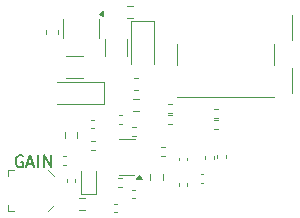
<source format=gto>
%TF.GenerationSoftware,KiCad,Pcbnew,9.0.1-129-g6cd3a802a7*%
%TF.CreationDate,2025-04-11T10:19:02+02:00*%
%TF.ProjectId,LowCapacitanceProbe,4c6f7743-6170-4616-9369-74616e636550,1.0.0*%
%TF.SameCoordinates,PX58de3e8PY4a08a30*%
%TF.FileFunction,Legend,Top*%
%TF.FilePolarity,Positive*%
%FSLAX45Y45*%
G04 Gerber Fmt 4.5, Leading zero omitted, Abs format (unit mm)*
G04 Created by KiCad (PCBNEW 9.0.1-129-g6cd3a802a7) date 2025-04-11 10:19:02*
%MOMM*%
%LPD*%
G01*
G04 APERTURE LIST*
%ADD10C,0.166000*%
%ADD11C,0.120000*%
G04 APERTURE END LIST*
D10*
X238111Y578339D02*
X228588Y583101D01*
X228588Y583101D02*
X214302Y583101D01*
X214302Y583101D02*
X200016Y578339D01*
X200016Y578339D02*
X190492Y568816D01*
X190492Y568816D02*
X185730Y559292D01*
X185730Y559292D02*
X180969Y540244D01*
X180969Y540244D02*
X180969Y525959D01*
X180969Y525959D02*
X185730Y506911D01*
X185730Y506911D02*
X190492Y497387D01*
X190492Y497387D02*
X200016Y487863D01*
X200016Y487863D02*
X214302Y483101D01*
X214302Y483101D02*
X223826Y483101D01*
X223826Y483101D02*
X238111Y487863D01*
X238111Y487863D02*
X242873Y492625D01*
X242873Y492625D02*
X242873Y525959D01*
X242873Y525959D02*
X223826Y525959D01*
X280969Y511673D02*
X328588Y511673D01*
X271445Y483101D02*
X304778Y583101D01*
X304778Y583101D02*
X338111Y483101D01*
X371445Y483101D02*
X371445Y583101D01*
X419064Y483101D02*
X419064Y583101D01*
X419064Y583101D02*
X476207Y483101D01*
X476207Y483101D02*
X476207Y583101D01*
D11*
%TO.C,C7*%
X1857500Y579084D02*
X1857500Y555917D01*
X1785500Y579084D02*
X1785500Y555917D01*
%TO.C,Q1*%
X1056500Y414000D02*
X1183500Y414000D01*
X1186500Y726000D02*
X1056500Y726000D01*
X1245500Y386000D02*
X1197500Y386000D01*
X1221500Y419000D01*
X1245500Y386000D01*
G36*
X1245500Y386000D02*
G01*
X1197500Y386000D01*
X1221500Y419000D01*
X1245500Y386000D01*
G37*
%TO.C,R11*%
X1860988Y975500D02*
X1894512Y975500D01*
X1860988Y899500D02*
X1894512Y899500D01*
%TO.C,C8*%
X533500Y1020500D02*
X924500Y1020500D01*
X924500Y1207500D02*
X533500Y1207500D01*
X924500Y1020500D02*
X924500Y1207500D01*
%TO.C,D3*%
X1160000Y1721000D02*
X1160000Y1355000D01*
X1350000Y1721000D02*
X1160000Y1721000D01*
X1350000Y1721000D02*
X1350000Y1355000D01*
%TO.C,C5*%
X1560500Y541917D02*
X1560500Y565084D01*
X1632500Y541917D02*
X1632500Y565084D01*
%TO.C,C11*%
X610500Y360166D02*
X610500Y383333D01*
X682500Y360166D02*
X682500Y383333D01*
%TO.C,R14*%
X594250Y781722D02*
X594250Y730778D01*
X698750Y781722D02*
X698750Y730778D01*
%TO.C,R10*%
X1319250Y429222D02*
X1319250Y378278D01*
X1423750Y429222D02*
X1423750Y378278D01*
%TO.C,C13*%
X439500Y1641877D02*
X439500Y1612623D01*
X541500Y1641877D02*
X541500Y1612623D01*
%TO.C,L1*%
X1746980Y426000D02*
X1767020Y426000D01*
X1746980Y354000D02*
X1767020Y354000D01*
%TO.C,C1*%
X609875Y1425000D02*
X752125Y1425000D01*
X609875Y1243000D02*
X752125Y1243000D01*
%TO.C,R9*%
X853512Y703000D02*
X819988Y703000D01*
X853512Y627000D02*
X819988Y627000D01*
%TO.C,FB1*%
X1182873Y1242000D02*
X1217127Y1242000D01*
X1182873Y1140000D02*
X1217127Y1140000D01*
%TO.C,C12*%
X1039833Y176000D02*
X1016666Y176000D01*
X1039833Y104000D02*
X1016666Y104000D01*
%TO.C,U2*%
X577500Y1655250D02*
X577500Y1735250D01*
X577500Y1655250D02*
X577500Y1575250D01*
X889500Y1655250D02*
X889500Y1735250D01*
X889500Y1655250D02*
X889500Y1575250D01*
X917500Y1761250D02*
X884500Y1785250D01*
X917500Y1809250D01*
X917500Y1761250D01*
G36*
X917500Y1761250D02*
G01*
X884500Y1785250D01*
X917500Y1809250D01*
X917500Y1761250D01*
G37*
%TO.C,C3*%
X581667Y576000D02*
X604834Y576000D01*
X581667Y504000D02*
X604834Y504000D01*
%TO.C,C14*%
X1189834Y294000D02*
X1166667Y294000D01*
X1189834Y222000D02*
X1166667Y222000D01*
%TO.C,C2*%
X939000Y1423875D02*
X939000Y1566125D01*
X1121000Y1423875D02*
X1121000Y1566125D01*
%TO.C,R7*%
X1163488Y828000D02*
X1197012Y828000D01*
X1163488Y752000D02*
X1197012Y752000D01*
%TO.C,R16*%
X763222Y227250D02*
X712278Y227250D01*
X763222Y122750D02*
X712278Y122750D01*
%TO.C,R19*%
X1225972Y1062250D02*
X1175028Y1062250D01*
X1225972Y957750D02*
X1175028Y957750D01*
%TO.C,C6*%
X1560500Y326397D02*
X1560500Y349563D01*
X1632500Y326397D02*
X1632500Y349563D01*
%TO.C,C4*%
X821666Y886000D02*
X844833Y886000D01*
X821666Y814000D02*
X844833Y814000D01*
%TO.C,R18*%
X1465988Y1018000D02*
X1499512Y1018000D01*
X1465988Y942000D02*
X1499512Y942000D01*
%TO.C,R15*%
X1881000Y557988D02*
X1881000Y591512D01*
X1957000Y557988D02*
X1957000Y591512D01*
%TO.C,R17*%
X1465988Y923000D02*
X1499512Y923000D01*
X1465988Y847000D02*
X1499512Y847000D01*
%TO.C,R13*%
X1414488Y653000D02*
X1448012Y653000D01*
X1414488Y577000D02*
X1448012Y577000D01*
%TO.C,C10*%
X1053167Y926000D02*
X1076334Y926000D01*
X1053167Y854000D02*
X1076334Y854000D01*
%TO.C,C9*%
X114000Y463000D02*
X114000Y413000D01*
X114000Y463000D02*
X164000Y463000D01*
X114000Y113000D02*
X114000Y163000D01*
X114000Y113000D02*
X164000Y113000D01*
X504000Y413000D02*
X454000Y463000D01*
X504000Y163000D02*
X454000Y113000D01*
%TO.C,D1*%
X736500Y455000D02*
X736500Y259000D01*
X736500Y259000D02*
X856500Y259000D01*
X856500Y455000D02*
X856500Y259000D01*
%TO.C,J3*%
X1545500Y1352000D02*
X1545500Y1530000D01*
X2365500Y1352000D02*
X2365500Y1530000D01*
X2365500Y1076000D02*
X1545500Y1076000D01*
X2521500Y1562000D02*
X2521500Y1770000D01*
X2521500Y1112000D02*
X2521500Y1320000D01*
%TO.C,R20*%
X1176722Y1852250D02*
X1125778Y1852250D01*
X1176722Y1747750D02*
X1125778Y1747750D01*
%TO.C,R8*%
X1077262Y389000D02*
X1043738Y389000D01*
X1077262Y313000D02*
X1043738Y313000D01*
%TO.C,R12*%
X1894012Y880500D02*
X1860488Y880500D01*
X1894012Y804500D02*
X1860488Y804500D01*
%TD*%
%LPC*%
G36*
X1840582Y266300D02*
G01*
X1841674Y266300D01*
X1845941Y265452D01*
X1855724Y263902D01*
X1858871Y262880D01*
X1861631Y262330D01*
X1865527Y260717D01*
X1871211Y258870D01*
X1876536Y256157D01*
X1880431Y254543D01*
X1882771Y252980D01*
X1885719Y251478D01*
X1893733Y245655D01*
X1897350Y243238D01*
X1898122Y242466D01*
X1898893Y241907D01*
X1910406Y230393D01*
X1910966Y229622D01*
X1911738Y228850D01*
X1914155Y225233D01*
X1919978Y217219D01*
X1921480Y214271D01*
X1923043Y211931D01*
X1924657Y208036D01*
X1927370Y202711D01*
X1929216Y197028D01*
X1930830Y193131D01*
X1931379Y190371D01*
X1932402Y187224D01*
X1933951Y177441D01*
X1934800Y173174D01*
X1934800Y172082D01*
X1934949Y171142D01*
X1934949Y154859D01*
X1934800Y153918D01*
X1934800Y152826D01*
X1933951Y148558D01*
X1932402Y138776D01*
X1931380Y135630D01*
X1930830Y132869D01*
X1929216Y128972D01*
X1927370Y123289D01*
X1924657Y117965D01*
X1923043Y114069D01*
X1921480Y111729D01*
X1919978Y108781D01*
X1914156Y100769D01*
X1911738Y97150D01*
X1910966Y96378D01*
X1910406Y95607D01*
X1898893Y84094D01*
X1898122Y83534D01*
X1897350Y82762D01*
X1893732Y80344D01*
X1885719Y74522D01*
X1882771Y73020D01*
X1880431Y71457D01*
X1876536Y69843D01*
X1870624Y66831D01*
X1874305Y51500D01*
X1894569Y51500D01*
X1898244Y53022D01*
X1942180Y96958D01*
X1942180Y96959D01*
X1943111Y97889D01*
X1945521Y98888D01*
X1946265Y99317D01*
X1946695Y99374D01*
X1947000Y99500D01*
X2023000Y99500D01*
X2025412Y98501D01*
X2027275Y98002D01*
X2035100Y104006D01*
X2035100Y164015D01*
X2035100Y165000D01*
X2035389Y166454D01*
X2036213Y167687D01*
X2037446Y168511D01*
X2038900Y168800D01*
X2546900Y168800D01*
X2548354Y168511D01*
X2549587Y167687D01*
X2550411Y166454D01*
X2550700Y165000D01*
X2550700Y15000D01*
X2550411Y13546D01*
X2549587Y12313D01*
X2548354Y11489D01*
X2546900Y11200D01*
X2038900Y11200D01*
X2038899Y11200D01*
X2038358Y11200D01*
X2032500Y5342D01*
X2032500Y0D01*
X2031501Y-2413D01*
X2031457Y-2574D01*
X2031417Y-2614D01*
X2030889Y-3889D01*
X2029614Y-4417D01*
X2029574Y-4458D01*
X2029413Y-4501D01*
X2027000Y-5500D01*
X2025683Y-5500D01*
X1068317Y-5500D01*
X1067000Y-5500D01*
X1064587Y-4501D01*
X1064426Y-4458D01*
X1064386Y-4417D01*
X1063111Y-3889D01*
X1062583Y-2614D01*
X1062542Y-2574D01*
X1062499Y-2412D01*
X1061500Y0D01*
X1061500Y70986D01*
X1750792Y70986D01*
X1768756Y53022D01*
X1772431Y51500D01*
X1788695Y51500D01*
X1792376Y66831D01*
X1786463Y69844D01*
X1782569Y71457D01*
X1780229Y73020D01*
X1777281Y74522D01*
X1769267Y80345D01*
X1765650Y82762D01*
X1764878Y83534D01*
X1762799Y85044D01*
X1750792Y70986D01*
X1061500Y70986D01*
X1061500Y90000D01*
X1062499Y92412D01*
X1064135Y98518D01*
X1060941Y105188D01*
X1058589Y106227D01*
X1056364Y106669D01*
X1053982Y108261D01*
X1052941Y108721D01*
X1052230Y109432D01*
X1050103Y110853D01*
X1048682Y112980D01*
X1047970Y113691D01*
X1047510Y114733D01*
X1045919Y117114D01*
X1045477Y119339D01*
X1044987Y120447D01*
X1044611Y123691D01*
X1044450Y124500D01*
X1044450Y155500D01*
X1044611Y156309D01*
X1044987Y159553D01*
X1045477Y160662D01*
X1045919Y162886D01*
X1047510Y165267D01*
X1047970Y166309D01*
X1048682Y167021D01*
X1050103Y169147D01*
X1052229Y170568D01*
X1052941Y171280D01*
X1053983Y171740D01*
X1056364Y173331D01*
X1058589Y173773D01*
X1059697Y174263D01*
X1062941Y174639D01*
X1063750Y174800D01*
X1106250Y174800D01*
X1107060Y174639D01*
X1110303Y174263D01*
X1111411Y173773D01*
X1113636Y173331D01*
X1116017Y171740D01*
X1117059Y171280D01*
X1117770Y170568D01*
X1119897Y169147D01*
X1121318Y167021D01*
X1122030Y166309D01*
X1122489Y165268D01*
X1124081Y162886D01*
X1124523Y160661D01*
X1125013Y159553D01*
X1125389Y156311D01*
X1125550Y155500D01*
X1125550Y124500D01*
X1125389Y123689D01*
X1125013Y120447D01*
X1124523Y119339D01*
X1124081Y117114D01*
X1122489Y114732D01*
X1122030Y113691D01*
X1121318Y112980D01*
X1119897Y110853D01*
X1117770Y109432D01*
X1116185Y107846D01*
X1121299Y95500D01*
X1724000Y95500D01*
X1726412Y94501D01*
X1727241Y94279D01*
X1727584Y94016D01*
X1727889Y93889D01*
X1739486Y82293D01*
X1753544Y94299D01*
X1752033Y96378D01*
X1751261Y97150D01*
X1748845Y100767D01*
X1743022Y108781D01*
X1741520Y111729D01*
X1739957Y114069D01*
X1738343Y117964D01*
X1735630Y123289D01*
X1733783Y128973D01*
X1732170Y132869D01*
X1731620Y135629D01*
X1730598Y138776D01*
X1729048Y148559D01*
X1728200Y152826D01*
X1728200Y153918D01*
X1728051Y154859D01*
X1728051Y171142D01*
X1728200Y172082D01*
X1728200Y173174D01*
X1729048Y177440D01*
X1730598Y187224D01*
X1731620Y190371D01*
X1732170Y193131D01*
X1733783Y197027D01*
X1735630Y202711D01*
X1738343Y208037D01*
X1739957Y211931D01*
X1741520Y214270D01*
X1743022Y217219D01*
X1748845Y225234D01*
X1751261Y228850D01*
X1752033Y229622D01*
X1752593Y230393D01*
X1764107Y241907D01*
X1764878Y242467D01*
X1765650Y243238D01*
X1769266Y245654D01*
X1777281Y251478D01*
X1780230Y252980D01*
X1782569Y254543D01*
X1786463Y256157D01*
X1791789Y258870D01*
X1797473Y260717D01*
X1801368Y262330D01*
X1804128Y262880D01*
X1807276Y263902D01*
X1817059Y265452D01*
X1821326Y266300D01*
X1822418Y266300D01*
X1823358Y266449D01*
X1839641Y266449D01*
X1840582Y266300D01*
G37*
G36*
X993559Y174639D02*
G01*
X996803Y174263D01*
X997911Y173773D01*
X1000136Y173331D01*
X1002517Y171740D01*
X1003559Y171280D01*
X1004270Y170568D01*
X1006397Y169147D01*
X1007818Y167021D01*
X1008529Y166309D01*
X1008989Y165268D01*
X1010581Y162886D01*
X1011023Y160661D01*
X1011513Y159553D01*
X1011889Y156311D01*
X1012050Y155500D01*
X1012050Y124500D01*
X1011889Y123689D01*
X1011513Y120447D01*
X1011023Y119339D01*
X1010581Y117114D01*
X1008989Y114732D01*
X1008529Y113691D01*
X1007818Y112980D01*
X1006397Y110853D01*
X1004270Y109432D01*
X1003559Y108720D01*
X1002518Y108261D01*
X1000136Y106669D01*
X997911Y106227D01*
X996803Y105737D01*
X993561Y105361D01*
X992750Y105200D01*
X950250Y105200D01*
X949439Y105361D01*
X946197Y105737D01*
X945089Y106227D01*
X942864Y106669D01*
X940482Y108261D01*
X939441Y108720D01*
X938729Y109432D01*
X936603Y110853D01*
X935182Y112980D01*
X934470Y113691D01*
X934010Y114733D01*
X932419Y117114D01*
X931977Y119339D01*
X931487Y120447D01*
X931111Y123691D01*
X930950Y124500D01*
X930950Y155500D01*
X931111Y156309D01*
X931487Y159553D01*
X931977Y160662D01*
X932419Y162886D01*
X934010Y165267D01*
X934470Y166309D01*
X935182Y167021D01*
X936603Y169147D01*
X938729Y170568D01*
X939441Y171280D01*
X940483Y171740D01*
X942864Y173331D01*
X945088Y173773D01*
X946197Y174263D01*
X949441Y174639D01*
X950250Y174800D01*
X992750Y174800D01*
X993559Y174639D01*
G37*
G36*
X673483Y225906D02*
G01*
X679226Y225069D01*
X680280Y224553D01*
X682043Y224203D01*
X684893Y222298D01*
X687428Y221059D01*
X688798Y219689D01*
X690981Y218231D01*
X692439Y216048D01*
X693809Y214678D01*
X695048Y212144D01*
X696953Y209293D01*
X697304Y207530D01*
X697819Y206476D01*
X698655Y200734D01*
X699050Y198750D01*
X699050Y151250D01*
X698655Y149265D01*
X697819Y143524D01*
X697304Y142470D01*
X696953Y140707D01*
X695048Y137856D01*
X693809Y135322D01*
X692439Y133952D01*
X690981Y131769D01*
X688798Y130311D01*
X687428Y128941D01*
X684894Y127702D01*
X682043Y125797D01*
X680280Y125446D01*
X679226Y124931D01*
X673485Y124095D01*
X671500Y123700D01*
X621500Y123700D01*
X619516Y124095D01*
X613774Y124931D01*
X612720Y125446D01*
X610957Y125797D01*
X608106Y127702D01*
X605572Y128941D01*
X604202Y130311D01*
X602019Y131769D01*
X600561Y133952D01*
X599191Y135322D01*
X597952Y137857D01*
X596047Y140707D01*
X595697Y142470D01*
X595181Y143524D01*
X594344Y149267D01*
X593950Y151250D01*
X593950Y198750D01*
X594344Y200733D01*
X595181Y206476D01*
X595697Y207531D01*
X596047Y209293D01*
X597952Y212143D01*
X599191Y214678D01*
X600561Y216048D01*
X602019Y218231D01*
X604202Y219689D01*
X605572Y221059D01*
X608107Y222298D01*
X610957Y224203D01*
X612719Y224553D01*
X613774Y225069D01*
X619518Y225906D01*
X621500Y226300D01*
X671500Y226300D01*
X673483Y225906D01*
G37*
G36*
X855983Y225906D02*
G01*
X861726Y225069D01*
X862780Y224553D01*
X864543Y224203D01*
X867393Y222298D01*
X869928Y221059D01*
X871298Y219689D01*
X873481Y218231D01*
X874939Y216048D01*
X876309Y214678D01*
X877548Y212144D01*
X879453Y209293D01*
X879803Y207530D01*
X880319Y206476D01*
X881155Y200734D01*
X881550Y198750D01*
X881550Y151250D01*
X881155Y149265D01*
X880319Y143524D01*
X879803Y142470D01*
X879453Y140707D01*
X877548Y137856D01*
X876309Y135322D01*
X874939Y133952D01*
X873481Y131769D01*
X871298Y130311D01*
X869928Y128941D01*
X867394Y127702D01*
X864543Y125797D01*
X862780Y125446D01*
X861726Y124931D01*
X855984Y124095D01*
X854000Y123700D01*
X804000Y123700D01*
X802015Y124095D01*
X796274Y124931D01*
X795220Y125446D01*
X793457Y125797D01*
X790606Y127702D01*
X788072Y128941D01*
X786702Y130311D01*
X784519Y131769D01*
X783061Y133952D01*
X781691Y135322D01*
X780452Y137857D01*
X778547Y140707D01*
X778196Y142470D01*
X777681Y143524D01*
X776844Y149267D01*
X776450Y151250D01*
X776450Y198750D01*
X776844Y200733D01*
X777681Y206476D01*
X778196Y207531D01*
X778547Y209293D01*
X780451Y212143D01*
X781691Y214678D01*
X783061Y216048D01*
X784519Y218231D01*
X786702Y219689D01*
X788072Y221059D01*
X790607Y222298D01*
X793457Y224203D01*
X795219Y224553D01*
X796274Y225069D01*
X802017Y225906D01*
X804000Y226300D01*
X854000Y226300D01*
X855983Y225906D01*
G37*
G36*
X190454Y381511D02*
G01*
X191687Y380687D01*
X192511Y379454D01*
X192800Y378000D01*
X192800Y198000D01*
X192511Y196546D01*
X191687Y195313D01*
X190454Y194489D01*
X189000Y194200D01*
X89000Y194200D01*
X87546Y194489D01*
X86313Y195313D01*
X85489Y196546D01*
X85200Y198000D01*
X85200Y378000D01*
X85489Y379454D01*
X86313Y380687D01*
X87546Y381511D01*
X89000Y381800D01*
X189000Y381800D01*
X190454Y381511D01*
G37*
G36*
X530454Y381511D02*
G01*
X531687Y380687D01*
X532511Y379454D01*
X532800Y378000D01*
X532800Y198000D01*
X532511Y196546D01*
X531687Y195313D01*
X530454Y194489D01*
X529000Y194200D01*
X429000Y194200D01*
X427546Y194489D01*
X426313Y195313D01*
X425489Y196546D01*
X425200Y198000D01*
X425200Y378000D01*
X425489Y379454D01*
X426313Y380687D01*
X427546Y381511D01*
X429000Y381800D01*
X529000Y381800D01*
X530454Y381511D01*
G37*
G36*
X1143560Y292639D02*
G01*
X1146803Y292263D01*
X1147911Y291773D01*
X1150136Y291331D01*
X1152517Y289740D01*
X1153559Y289280D01*
X1154270Y288568D01*
X1156397Y287147D01*
X1157818Y285021D01*
X1158530Y284309D01*
X1158989Y283268D01*
X1160581Y280886D01*
X1161023Y278661D01*
X1161513Y277553D01*
X1161889Y274311D01*
X1162050Y273500D01*
X1162050Y242500D01*
X1161889Y241689D01*
X1161513Y238447D01*
X1161023Y237339D01*
X1160581Y235114D01*
X1158989Y232732D01*
X1158530Y231691D01*
X1157818Y230980D01*
X1156397Y228853D01*
X1154270Y227432D01*
X1153559Y226720D01*
X1152518Y226261D01*
X1150136Y224669D01*
X1147911Y224227D01*
X1146803Y223737D01*
X1143561Y223361D01*
X1142750Y223200D01*
X1100250Y223200D01*
X1099439Y223361D01*
X1096197Y223737D01*
X1095089Y224227D01*
X1092864Y224669D01*
X1090482Y226261D01*
X1089441Y226720D01*
X1088730Y227432D01*
X1086603Y228853D01*
X1085182Y230980D01*
X1084470Y231691D01*
X1084010Y232733D01*
X1082419Y235114D01*
X1081977Y237339D01*
X1081487Y238447D01*
X1081111Y241691D01*
X1080950Y242500D01*
X1080950Y273500D01*
X1081111Y274309D01*
X1081487Y277553D01*
X1081977Y278662D01*
X1082419Y280886D01*
X1084010Y283267D01*
X1084470Y284309D01*
X1085182Y285021D01*
X1086603Y287147D01*
X1088729Y288568D01*
X1089441Y289280D01*
X1090483Y289740D01*
X1092864Y291331D01*
X1095089Y291773D01*
X1096197Y292263D01*
X1099441Y292639D01*
X1100250Y292800D01*
X1142750Y292800D01*
X1143560Y292639D01*
G37*
G36*
X1257060Y292639D02*
G01*
X1260303Y292263D01*
X1261411Y291773D01*
X1263636Y291331D01*
X1266017Y289740D01*
X1267059Y289280D01*
X1267770Y288568D01*
X1269897Y287147D01*
X1271318Y285021D01*
X1272030Y284309D01*
X1272489Y283268D01*
X1274081Y280886D01*
X1274523Y278661D01*
X1275013Y277553D01*
X1275389Y274311D01*
X1275550Y273500D01*
X1275550Y242500D01*
X1275389Y241689D01*
X1275013Y238447D01*
X1274523Y237339D01*
X1274081Y235114D01*
X1272489Y232732D01*
X1272030Y231691D01*
X1271318Y230980D01*
X1269897Y228853D01*
X1267770Y227432D01*
X1267059Y226720D01*
X1266018Y226261D01*
X1263636Y224669D01*
X1261411Y224227D01*
X1260303Y223737D01*
X1257061Y223361D01*
X1256250Y223200D01*
X1213750Y223200D01*
X1212939Y223361D01*
X1209697Y223737D01*
X1208589Y224227D01*
X1206364Y224669D01*
X1203982Y226261D01*
X1202941Y226720D01*
X1202230Y227432D01*
X1200103Y228853D01*
X1198682Y230980D01*
X1197970Y231691D01*
X1197510Y232733D01*
X1195919Y235114D01*
X1195477Y237339D01*
X1194987Y238447D01*
X1194611Y241691D01*
X1194450Y242500D01*
X1194450Y273500D01*
X1194611Y274309D01*
X1194987Y277553D01*
X1195477Y278662D01*
X1195919Y280886D01*
X1197510Y283267D01*
X1197970Y284309D01*
X1198682Y285021D01*
X1200103Y287147D01*
X1202229Y288568D01*
X1202941Y289280D01*
X1203983Y289740D01*
X1206364Y291331D01*
X1208589Y291773D01*
X1209697Y292263D01*
X1212941Y292639D01*
X1213750Y292800D01*
X1256250Y292800D01*
X1257060Y292639D01*
G37*
G36*
X1612809Y321619D02*
G01*
X1616053Y321243D01*
X1617161Y320753D01*
X1619386Y320311D01*
X1621767Y318720D01*
X1622809Y318260D01*
X1623520Y317548D01*
X1625647Y316127D01*
X1627068Y314001D01*
X1627779Y313289D01*
X1628239Y312248D01*
X1629831Y309866D01*
X1630273Y307641D01*
X1630763Y306533D01*
X1631139Y303291D01*
X1631300Y302480D01*
X1631300Y259980D01*
X1631139Y259169D01*
X1630763Y255927D01*
X1630273Y254819D01*
X1629831Y252594D01*
X1628239Y250212D01*
X1627779Y249171D01*
X1627068Y248460D01*
X1625647Y246333D01*
X1623520Y244912D01*
X1622809Y244200D01*
X1621768Y243741D01*
X1619386Y242149D01*
X1617161Y241707D01*
X1616053Y241217D01*
X1612811Y240841D01*
X1612000Y240680D01*
X1581000Y240680D01*
X1580189Y240841D01*
X1576947Y241217D01*
X1575839Y241707D01*
X1573614Y242149D01*
X1571232Y243741D01*
X1570191Y244200D01*
X1569479Y244912D01*
X1567353Y246333D01*
X1565932Y248460D01*
X1565220Y249171D01*
X1564760Y250213D01*
X1563169Y252594D01*
X1562727Y254819D01*
X1562237Y255927D01*
X1561861Y259171D01*
X1561700Y259980D01*
X1561700Y302480D01*
X1561861Y303289D01*
X1562237Y306533D01*
X1562727Y307642D01*
X1563169Y309866D01*
X1564760Y312247D01*
X1565220Y313289D01*
X1565932Y314001D01*
X1567353Y316127D01*
X1569479Y317548D01*
X1570191Y318260D01*
X1571233Y318720D01*
X1573614Y320311D01*
X1575838Y320753D01*
X1576947Y321243D01*
X1580191Y321619D01*
X1581000Y321780D01*
X1612000Y321780D01*
X1612809Y321619D01*
G37*
G36*
X1397233Y364656D02*
G01*
X1402976Y363819D01*
X1404030Y363303D01*
X1405793Y362953D01*
X1408643Y361048D01*
X1411178Y359809D01*
X1412548Y358439D01*
X1414731Y356981D01*
X1416189Y354798D01*
X1417559Y353428D01*
X1418798Y350894D01*
X1420703Y348043D01*
X1421053Y346280D01*
X1421569Y345226D01*
X1422405Y339484D01*
X1422800Y337500D01*
X1422800Y287500D01*
X1422405Y285515D01*
X1421569Y279774D01*
X1421053Y278720D01*
X1420703Y276957D01*
X1418798Y274106D01*
X1417559Y271572D01*
X1416189Y270202D01*
X1414731Y268019D01*
X1412548Y266561D01*
X1411178Y265191D01*
X1408644Y263952D01*
X1405793Y262047D01*
X1404030Y261696D01*
X1402976Y261181D01*
X1397235Y260345D01*
X1395250Y259950D01*
X1347750Y259950D01*
X1345766Y260345D01*
X1340024Y261181D01*
X1338970Y261696D01*
X1337207Y262047D01*
X1334356Y263952D01*
X1331822Y265191D01*
X1330452Y266561D01*
X1328269Y268019D01*
X1326811Y270202D01*
X1325441Y271572D01*
X1324202Y274107D01*
X1322297Y276957D01*
X1321947Y278720D01*
X1321431Y279774D01*
X1320594Y285517D01*
X1320200Y287500D01*
X1320200Y337500D01*
X1320594Y339483D01*
X1321431Y345226D01*
X1321947Y346281D01*
X1322297Y348043D01*
X1324202Y350893D01*
X1325441Y353428D01*
X1326811Y354798D01*
X1328269Y356981D01*
X1330452Y358439D01*
X1331822Y359809D01*
X1334357Y361048D01*
X1337207Y362953D01*
X1338969Y363303D01*
X1340024Y363819D01*
X1345768Y364656D01*
X1347750Y365050D01*
X1395250Y365050D01*
X1397233Y364656D01*
G37*
G36*
X662810Y355389D02*
G01*
X666053Y355013D01*
X667161Y354523D01*
X669386Y354081D01*
X671767Y352490D01*
X672809Y352030D01*
X673520Y351318D01*
X675647Y349897D01*
X677068Y347771D01*
X677780Y347059D01*
X678239Y346018D01*
X679831Y343636D01*
X680273Y341411D01*
X680763Y340303D01*
X681139Y337061D01*
X681300Y336250D01*
X681300Y293750D01*
X681139Y292939D01*
X680763Y289697D01*
X680273Y288589D01*
X679831Y286364D01*
X678239Y283982D01*
X677780Y282941D01*
X677068Y282230D01*
X675647Y280103D01*
X673520Y278682D01*
X672809Y277971D01*
X671768Y277511D01*
X669386Y275919D01*
X667161Y275477D01*
X666053Y274987D01*
X662811Y274611D01*
X662000Y274450D01*
X631000Y274450D01*
X630189Y274611D01*
X626947Y274987D01*
X625839Y275477D01*
X623614Y275919D01*
X621232Y277511D01*
X620191Y277971D01*
X619480Y278682D01*
X617353Y280103D01*
X615932Y282230D01*
X615220Y282941D01*
X614760Y283983D01*
X613169Y286364D01*
X612727Y288589D01*
X612237Y289697D01*
X611861Y292941D01*
X611700Y293750D01*
X611700Y336250D01*
X611861Y337059D01*
X612237Y340303D01*
X612727Y341412D01*
X613169Y343636D01*
X614760Y346017D01*
X615220Y347059D01*
X615932Y347771D01*
X617353Y349897D01*
X619479Y351318D01*
X620191Y352030D01*
X621233Y352490D01*
X623614Y354081D01*
X625839Y354523D01*
X626947Y355013D01*
X630191Y355389D01*
X631000Y355550D01*
X662000Y355550D01*
X662810Y355389D01*
G37*
G36*
X817309Y348639D02*
G01*
X820439Y348276D01*
X821508Y347804D01*
X823694Y347369D01*
X826035Y345805D01*
X827027Y345367D01*
X827704Y344690D01*
X829794Y343294D01*
X831190Y341204D01*
X831867Y340527D01*
X832305Y339536D01*
X833869Y337194D01*
X834304Y335008D01*
X834776Y333939D01*
X835139Y330810D01*
X835300Y330000D01*
X835300Y300000D01*
X835139Y299190D01*
X834776Y296061D01*
X834304Y294992D01*
X833869Y292806D01*
X832304Y290464D01*
X831867Y289473D01*
X831190Y288797D01*
X829794Y286706D01*
X827703Y285310D01*
X827027Y284633D01*
X826036Y284196D01*
X823694Y282631D01*
X821508Y282196D01*
X820439Y281724D01*
X817310Y281361D01*
X816500Y281200D01*
X776500Y281200D01*
X775690Y281361D01*
X772561Y281724D01*
X771492Y282196D01*
X769306Y282631D01*
X766964Y284195D01*
X765973Y284633D01*
X765296Y285310D01*
X763206Y286706D01*
X761810Y288796D01*
X761133Y289473D01*
X760695Y290465D01*
X759131Y292806D01*
X758696Y294992D01*
X758224Y296061D01*
X757861Y299191D01*
X757700Y300000D01*
X757700Y330000D01*
X757861Y330809D01*
X758224Y333939D01*
X758696Y335008D01*
X759131Y337194D01*
X760695Y339535D01*
X761133Y340527D01*
X761810Y341204D01*
X763206Y343294D01*
X765296Y344690D01*
X765973Y345367D01*
X766965Y345805D01*
X769306Y347369D01*
X771492Y347804D01*
X772561Y348276D01*
X775691Y348639D01*
X776500Y348800D01*
X816500Y348800D01*
X817309Y348639D01*
G37*
G36*
X1021309Y386639D02*
G01*
X1024668Y386249D01*
X1025815Y385743D01*
X1028077Y385293D01*
X1030499Y383675D01*
X1031592Y383192D01*
X1032338Y382446D01*
X1034501Y381001D01*
X1035946Y378838D01*
X1036692Y378092D01*
X1037174Y376999D01*
X1038793Y374577D01*
X1039243Y372315D01*
X1039749Y371168D01*
X1040139Y367810D01*
X1040300Y367000D01*
X1040300Y335000D01*
X1040139Y334190D01*
X1039749Y330832D01*
X1039243Y329685D01*
X1038793Y327423D01*
X1037174Y325001D01*
X1036692Y323908D01*
X1035946Y323162D01*
X1034501Y320999D01*
X1032338Y319554D01*
X1031592Y318808D01*
X1030499Y318326D01*
X1028077Y316707D01*
X1025815Y316257D01*
X1024668Y315751D01*
X1021310Y315361D01*
X1020500Y315200D01*
X981000Y315200D01*
X980190Y315361D01*
X976832Y315751D01*
X975685Y316257D01*
X973423Y316707D01*
X971001Y318326D01*
X969908Y318808D01*
X969162Y319554D01*
X966999Y320999D01*
X965554Y323162D01*
X964808Y323908D01*
X964325Y325001D01*
X962707Y327423D01*
X962257Y329685D01*
X961750Y330832D01*
X961361Y334191D01*
X961200Y335000D01*
X961200Y367000D01*
X961361Y367809D01*
X961750Y371168D01*
X962257Y372316D01*
X962707Y374577D01*
X964325Y376999D01*
X964808Y378092D01*
X965554Y378838D01*
X966999Y381001D01*
X969161Y382445D01*
X969908Y383192D01*
X971001Y383675D01*
X973423Y385293D01*
X975684Y385743D01*
X976832Y386249D01*
X980191Y386639D01*
X981000Y386800D01*
X1020500Y386800D01*
X1021309Y386639D01*
G37*
G36*
X1140809Y386639D02*
G01*
X1144168Y386249D01*
X1145315Y385743D01*
X1147577Y385293D01*
X1149999Y383675D01*
X1151092Y383192D01*
X1151838Y382446D01*
X1154001Y381001D01*
X1155446Y378838D01*
X1156192Y378092D01*
X1156675Y376999D01*
X1158293Y374577D01*
X1158743Y372315D01*
X1159249Y371168D01*
X1159639Y367810D01*
X1159800Y367000D01*
X1159800Y335000D01*
X1159639Y334190D01*
X1159249Y330832D01*
X1158743Y329685D01*
X1158293Y327423D01*
X1156674Y325001D01*
X1156192Y323908D01*
X1155446Y323162D01*
X1154001Y320999D01*
X1151838Y319554D01*
X1151092Y318808D01*
X1149999Y318326D01*
X1147577Y316707D01*
X1145315Y316257D01*
X1144168Y315751D01*
X1140810Y315361D01*
X1140000Y315200D01*
X1100500Y315200D01*
X1099690Y315361D01*
X1096332Y315751D01*
X1095185Y316257D01*
X1092923Y316707D01*
X1090501Y318326D01*
X1089408Y318808D01*
X1088662Y319554D01*
X1086499Y320999D01*
X1085054Y323162D01*
X1084308Y323908D01*
X1083825Y325001D01*
X1082207Y327423D01*
X1081757Y329685D01*
X1081251Y330832D01*
X1080861Y334191D01*
X1080700Y335000D01*
X1080700Y367000D01*
X1080861Y367809D01*
X1081251Y371168D01*
X1081757Y372316D01*
X1082207Y374577D01*
X1083825Y376999D01*
X1084308Y378092D01*
X1085055Y378838D01*
X1086499Y381001D01*
X1088662Y382445D01*
X1089408Y383192D01*
X1090501Y383675D01*
X1092923Y385293D01*
X1095184Y385743D01*
X1096332Y386249D01*
X1099691Y386639D01*
X1100500Y386800D01*
X1140000Y386800D01*
X1140809Y386639D01*
G37*
G36*
X1612809Y435119D02*
G01*
X1616053Y434743D01*
X1617161Y434253D01*
X1619386Y433811D01*
X1621767Y432220D01*
X1622809Y431760D01*
X1623520Y431048D01*
X1625647Y429627D01*
X1627068Y427500D01*
X1627779Y426789D01*
X1628239Y425748D01*
X1629831Y423366D01*
X1630273Y421141D01*
X1630763Y420033D01*
X1631139Y416790D01*
X1631300Y415980D01*
X1631300Y373480D01*
X1631139Y372669D01*
X1630763Y369427D01*
X1630273Y368319D01*
X1629831Y366094D01*
X1628239Y363712D01*
X1627779Y362671D01*
X1627068Y361960D01*
X1625647Y359833D01*
X1623520Y358412D01*
X1622809Y357700D01*
X1621768Y357241D01*
X1619386Y355649D01*
X1617161Y355207D01*
X1616053Y354717D01*
X1612811Y354341D01*
X1612000Y354180D01*
X1581000Y354180D01*
X1580189Y354341D01*
X1576947Y354717D01*
X1575839Y355207D01*
X1573614Y355649D01*
X1571232Y357241D01*
X1570191Y357700D01*
X1569479Y358412D01*
X1567353Y359833D01*
X1565932Y361960D01*
X1565220Y362671D01*
X1564760Y363713D01*
X1563169Y366094D01*
X1562727Y368319D01*
X1562237Y369427D01*
X1561861Y372671D01*
X1561700Y373480D01*
X1561700Y415980D01*
X1561861Y416789D01*
X1562237Y420033D01*
X1562727Y421141D01*
X1563169Y423366D01*
X1564760Y425747D01*
X1565220Y426789D01*
X1565932Y427501D01*
X1567353Y429627D01*
X1569479Y431048D01*
X1570191Y431760D01*
X1571233Y432220D01*
X1573614Y433811D01*
X1575838Y434253D01*
X1576947Y434743D01*
X1580191Y435119D01*
X1581000Y435280D01*
X1612000Y435280D01*
X1612809Y435119D01*
G37*
G36*
X1722809Y425639D02*
G01*
X1726168Y425249D01*
X1727315Y424743D01*
X1729577Y424293D01*
X1731999Y422675D01*
X1733092Y422192D01*
X1733838Y421446D01*
X1736001Y420001D01*
X1737446Y417838D01*
X1738192Y417092D01*
X1738674Y415999D01*
X1740293Y413577D01*
X1740743Y411315D01*
X1741249Y410168D01*
X1741639Y406810D01*
X1741800Y406000D01*
X1741800Y374000D01*
X1741639Y373190D01*
X1741249Y369832D01*
X1740743Y368685D01*
X1740293Y366423D01*
X1738674Y364001D01*
X1738192Y362908D01*
X1737446Y362162D01*
X1736001Y359999D01*
X1733838Y358554D01*
X1733092Y357808D01*
X1731999Y357326D01*
X1729577Y355707D01*
X1727315Y355257D01*
X1726168Y354751D01*
X1722810Y354361D01*
X1722000Y354200D01*
X1677500Y354200D01*
X1676690Y354361D01*
X1673332Y354751D01*
X1672185Y355257D01*
X1669923Y355707D01*
X1667501Y357325D01*
X1666408Y357808D01*
X1665662Y358554D01*
X1663499Y359999D01*
X1662054Y362162D01*
X1661308Y362908D01*
X1660825Y364001D01*
X1659207Y366423D01*
X1658757Y368685D01*
X1658250Y369832D01*
X1657861Y373191D01*
X1657700Y374000D01*
X1657700Y406000D01*
X1657861Y406809D01*
X1658250Y410168D01*
X1658757Y411316D01*
X1659207Y413577D01*
X1660825Y415999D01*
X1661308Y417092D01*
X1662054Y417838D01*
X1663499Y420001D01*
X1665661Y421445D01*
X1666408Y422192D01*
X1667501Y422675D01*
X1669923Y424293D01*
X1672184Y424743D01*
X1673332Y425249D01*
X1676691Y425639D01*
X1677500Y425800D01*
X1722000Y425800D01*
X1722809Y425639D01*
G37*
G36*
X1837309Y425639D02*
G01*
X1840668Y425249D01*
X1841815Y424743D01*
X1844077Y424293D01*
X1846499Y422675D01*
X1847592Y422192D01*
X1848338Y421446D01*
X1850501Y420001D01*
X1851946Y417838D01*
X1852692Y417092D01*
X1853174Y415999D01*
X1854793Y413577D01*
X1855243Y411315D01*
X1855749Y410168D01*
X1856139Y406810D01*
X1856300Y406000D01*
X1856300Y374000D01*
X1856139Y373190D01*
X1855749Y369832D01*
X1855243Y368685D01*
X1854793Y366423D01*
X1853174Y364001D01*
X1852692Y362908D01*
X1851946Y362162D01*
X1850501Y359999D01*
X1848338Y358554D01*
X1847592Y357808D01*
X1846499Y357326D01*
X1844077Y355707D01*
X1841815Y355257D01*
X1840668Y354751D01*
X1837310Y354361D01*
X1836500Y354200D01*
X1792000Y354200D01*
X1791190Y354361D01*
X1787832Y354751D01*
X1786685Y355257D01*
X1784423Y355707D01*
X1782001Y357325D01*
X1780908Y357808D01*
X1780162Y358554D01*
X1777999Y359999D01*
X1776554Y362162D01*
X1775808Y362908D01*
X1775325Y364001D01*
X1773707Y366423D01*
X1773257Y368685D01*
X1772750Y369832D01*
X1772361Y373191D01*
X1772200Y374000D01*
X1772200Y406000D01*
X1772361Y406809D01*
X1772750Y410168D01*
X1773257Y411316D01*
X1773707Y413577D01*
X1775325Y415999D01*
X1775808Y417092D01*
X1776554Y417838D01*
X1777999Y420001D01*
X1780161Y421445D01*
X1780908Y422192D01*
X1782001Y422675D01*
X1784423Y424293D01*
X1786684Y424743D01*
X1787832Y425249D01*
X1791191Y425639D01*
X1792000Y425800D01*
X1836500Y425800D01*
X1837309Y425639D01*
G37*
G36*
X662810Y468889D02*
G01*
X666053Y468513D01*
X667161Y468023D01*
X669386Y467581D01*
X671767Y465990D01*
X672809Y465530D01*
X673520Y464818D01*
X675647Y463397D01*
X677068Y461270D01*
X677780Y460559D01*
X678239Y459518D01*
X679831Y457136D01*
X680273Y454911D01*
X680763Y453803D01*
X681139Y450560D01*
X681300Y449750D01*
X681300Y407250D01*
X681139Y406439D01*
X680763Y403197D01*
X680273Y402089D01*
X679831Y399864D01*
X678239Y397482D01*
X677780Y396441D01*
X677068Y395730D01*
X675647Y393603D01*
X673520Y392182D01*
X672809Y391470D01*
X671768Y391011D01*
X669386Y389419D01*
X667161Y388977D01*
X666053Y388487D01*
X662811Y388111D01*
X662000Y387950D01*
X631000Y387950D01*
X630189Y388111D01*
X626947Y388487D01*
X625839Y388977D01*
X623614Y389419D01*
X621232Y391011D01*
X620191Y391470D01*
X619480Y392182D01*
X617353Y393603D01*
X615932Y395730D01*
X615220Y396441D01*
X614760Y397483D01*
X613169Y399864D01*
X612727Y402089D01*
X612237Y403197D01*
X611861Y406441D01*
X611700Y407250D01*
X611700Y449750D01*
X611861Y450559D01*
X612237Y453803D01*
X612727Y454911D01*
X613169Y457136D01*
X614760Y459517D01*
X615220Y460559D01*
X615932Y461271D01*
X617353Y463397D01*
X619479Y464818D01*
X620191Y465530D01*
X621233Y465990D01*
X623614Y467581D01*
X625839Y468023D01*
X626947Y468513D01*
X630191Y468889D01*
X631000Y469050D01*
X662000Y469050D01*
X662810Y468889D01*
G37*
G36*
X817309Y488639D02*
G01*
X820439Y488276D01*
X821508Y487804D01*
X823694Y487369D01*
X826035Y485805D01*
X827027Y485367D01*
X827704Y484690D01*
X829794Y483294D01*
X831190Y481204D01*
X831867Y480527D01*
X832305Y479535D01*
X833869Y477194D01*
X834304Y475008D01*
X834776Y473939D01*
X835139Y470810D01*
X835300Y470000D01*
X835300Y440000D01*
X835139Y439190D01*
X834776Y436061D01*
X834304Y434992D01*
X833869Y432806D01*
X832304Y430464D01*
X831867Y429473D01*
X831190Y428797D01*
X829794Y426706D01*
X827703Y425310D01*
X827027Y424633D01*
X826036Y424195D01*
X823694Y422631D01*
X821508Y422196D01*
X820439Y421724D01*
X817310Y421361D01*
X816500Y421200D01*
X776500Y421200D01*
X775690Y421361D01*
X772561Y421724D01*
X771492Y422196D01*
X769306Y422631D01*
X766964Y424195D01*
X765973Y424633D01*
X765296Y425310D01*
X763206Y426706D01*
X761810Y428796D01*
X761133Y429473D01*
X760695Y430465D01*
X759131Y432806D01*
X758696Y434992D01*
X758224Y436061D01*
X757861Y439191D01*
X757700Y440000D01*
X757700Y470000D01*
X757861Y470809D01*
X758224Y473939D01*
X758696Y475008D01*
X759131Y477194D01*
X760695Y479535D01*
X761133Y480527D01*
X761810Y481204D01*
X763206Y483294D01*
X765296Y484690D01*
X765973Y485367D01*
X766965Y485805D01*
X769306Y487369D01*
X771492Y487804D01*
X772561Y488276D01*
X775691Y488639D01*
X776500Y488800D01*
X816500Y488800D01*
X817309Y488639D01*
G37*
G36*
X2548354Y593511D02*
G01*
X2549587Y592687D01*
X2550411Y591454D01*
X2550700Y590000D01*
X2550700Y440000D01*
X2550411Y438546D01*
X2549587Y437313D01*
X2548354Y436489D01*
X2546900Y436200D01*
X2038900Y436200D01*
X2037446Y436489D01*
X2036213Y437313D01*
X2035389Y438546D01*
X2035100Y440000D01*
X2035100Y590000D01*
X2035389Y591454D01*
X2036213Y592687D01*
X2037446Y593511D01*
X2038900Y593800D01*
X2546900Y593800D01*
X2548354Y593511D01*
G37*
G36*
X1042309Y508639D02*
G01*
X1045439Y508276D01*
X1046508Y507804D01*
X1048694Y507369D01*
X1051035Y505805D01*
X1052027Y505367D01*
X1052704Y504690D01*
X1054794Y503294D01*
X1056190Y501204D01*
X1056867Y500527D01*
X1057305Y499535D01*
X1058869Y497194D01*
X1059304Y495008D01*
X1059776Y493939D01*
X1060139Y490810D01*
X1060300Y490000D01*
X1060300Y460000D01*
X1060139Y459190D01*
X1059776Y456061D01*
X1059304Y454992D01*
X1058869Y452806D01*
X1057305Y450464D01*
X1056867Y449473D01*
X1056190Y448797D01*
X1054794Y446706D01*
X1052703Y445310D01*
X1052027Y444633D01*
X1051036Y444195D01*
X1048694Y442631D01*
X1046508Y442196D01*
X1045439Y441724D01*
X1042310Y441361D01*
X1041500Y441200D01*
X1001500Y441200D01*
X1000690Y441361D01*
X997561Y441724D01*
X996492Y442196D01*
X994306Y442631D01*
X991964Y444195D01*
X990973Y444633D01*
X990296Y445310D01*
X988206Y446706D01*
X986810Y448796D01*
X986133Y449473D01*
X985695Y450465D01*
X984131Y452806D01*
X983696Y454992D01*
X983224Y456061D01*
X982861Y459191D01*
X982700Y460000D01*
X982700Y490000D01*
X982861Y490809D01*
X983224Y493939D01*
X983696Y495008D01*
X984131Y497194D01*
X985695Y499535D01*
X986133Y500527D01*
X986810Y501204D01*
X988206Y503294D01*
X990296Y504690D01*
X990973Y505367D01*
X991965Y505805D01*
X994306Y507369D01*
X996492Y507804D01*
X997561Y508276D01*
X1000691Y508639D01*
X1001500Y508800D01*
X1041500Y508800D01*
X1042309Y508639D01*
G37*
G36*
X1240283Y548545D02*
G01*
X1244270Y548020D01*
X1245273Y547552D01*
X1247151Y547179D01*
X1249639Y545516D01*
X1251129Y544822D01*
X1252035Y543916D01*
X1254061Y542561D01*
X1255416Y540535D01*
X1256322Y539629D01*
X1257016Y538139D01*
X1258679Y535651D01*
X1259052Y533773D01*
X1259520Y532770D01*
X1260044Y528785D01*
X1260300Y527500D01*
X1260300Y462500D01*
X1260044Y461215D01*
X1259520Y457230D01*
X1259052Y456228D01*
X1258679Y454349D01*
X1257016Y451860D01*
X1256322Y450371D01*
X1255416Y449466D01*
X1254061Y447439D01*
X1252034Y446084D01*
X1251129Y445178D01*
X1249640Y444484D01*
X1247151Y442821D01*
X1245272Y442448D01*
X1244270Y441980D01*
X1240285Y441456D01*
X1239000Y441200D01*
X1204000Y441200D01*
X1202715Y441456D01*
X1198730Y441980D01*
X1197727Y442448D01*
X1195849Y442821D01*
X1193361Y444484D01*
X1191871Y445178D01*
X1190965Y446084D01*
X1188939Y447439D01*
X1187584Y449465D01*
X1186678Y450371D01*
X1185984Y451861D01*
X1184321Y454349D01*
X1183948Y456227D01*
X1183480Y457230D01*
X1182955Y461217D01*
X1182700Y462500D01*
X1182700Y527500D01*
X1182955Y528783D01*
X1183480Y532770D01*
X1183948Y533773D01*
X1184321Y535651D01*
X1185984Y538139D01*
X1186678Y539629D01*
X1187585Y540535D01*
X1188939Y542561D01*
X1190965Y543915D01*
X1191871Y544822D01*
X1193361Y545516D01*
X1195849Y547179D01*
X1197727Y547552D01*
X1198730Y548020D01*
X1202717Y548545D01*
X1204000Y548800D01*
X1239000Y548800D01*
X1240283Y548545D01*
G37*
G36*
X1397233Y547156D02*
G01*
X1402976Y546319D01*
X1404030Y545804D01*
X1405793Y545453D01*
X1408643Y543548D01*
X1411178Y542309D01*
X1412548Y540939D01*
X1414731Y539481D01*
X1416189Y537298D01*
X1417559Y535928D01*
X1418798Y533394D01*
X1420703Y530543D01*
X1421053Y528780D01*
X1421569Y527726D01*
X1422405Y521984D01*
X1422800Y520000D01*
X1422800Y470000D01*
X1422405Y468015D01*
X1421569Y462274D01*
X1421053Y461220D01*
X1420703Y459457D01*
X1418798Y456606D01*
X1417559Y454072D01*
X1416189Y452702D01*
X1414731Y450519D01*
X1412548Y449061D01*
X1411178Y447691D01*
X1408644Y446452D01*
X1405793Y444547D01*
X1404030Y444196D01*
X1402976Y443681D01*
X1397235Y442845D01*
X1395250Y442450D01*
X1347750Y442450D01*
X1345766Y442845D01*
X1340024Y443681D01*
X1338970Y444196D01*
X1337207Y444547D01*
X1334356Y446452D01*
X1331822Y447691D01*
X1330452Y449061D01*
X1328269Y450519D01*
X1326811Y452702D01*
X1325441Y454072D01*
X1324202Y456607D01*
X1322297Y459457D01*
X1321947Y461220D01*
X1321431Y462274D01*
X1320594Y468017D01*
X1320200Y470000D01*
X1320200Y520000D01*
X1320594Y521983D01*
X1321431Y527726D01*
X1321947Y528781D01*
X1322297Y530543D01*
X1324202Y533393D01*
X1325441Y535928D01*
X1326811Y537298D01*
X1328269Y539481D01*
X1330452Y540939D01*
X1331822Y542309D01*
X1334357Y543549D01*
X1337207Y545453D01*
X1338969Y545804D01*
X1340024Y546319D01*
X1345768Y547156D01*
X1347750Y547550D01*
X1395250Y547550D01*
X1397233Y547156D01*
G37*
G36*
X1612809Y537139D02*
G01*
X1616053Y536763D01*
X1617161Y536273D01*
X1619386Y535831D01*
X1621767Y534240D01*
X1622809Y533780D01*
X1623520Y533068D01*
X1625647Y531647D01*
X1627068Y529521D01*
X1627779Y528809D01*
X1628239Y527768D01*
X1629831Y525386D01*
X1630273Y523161D01*
X1630763Y522053D01*
X1631139Y518810D01*
X1631300Y518000D01*
X1631300Y475500D01*
X1631139Y474689D01*
X1630763Y471447D01*
X1630273Y470339D01*
X1629831Y468114D01*
X1628239Y465732D01*
X1627779Y464691D01*
X1627068Y463980D01*
X1625647Y461853D01*
X1623520Y460432D01*
X1622809Y459720D01*
X1621768Y459261D01*
X1619386Y457669D01*
X1617161Y457227D01*
X1616053Y456737D01*
X1612811Y456361D01*
X1612000Y456200D01*
X1581000Y456200D01*
X1580189Y456361D01*
X1576947Y456737D01*
X1575839Y457227D01*
X1573614Y457669D01*
X1571232Y459261D01*
X1570191Y459720D01*
X1569479Y460432D01*
X1567353Y461853D01*
X1565932Y463980D01*
X1565220Y464691D01*
X1564760Y465733D01*
X1563169Y468114D01*
X1562727Y470339D01*
X1562237Y471447D01*
X1561861Y474691D01*
X1561700Y475500D01*
X1561700Y518000D01*
X1561861Y518809D01*
X1562237Y522053D01*
X1562727Y523161D01*
X1563169Y525386D01*
X1564760Y527767D01*
X1565220Y528809D01*
X1565932Y529521D01*
X1567353Y531647D01*
X1569479Y533068D01*
X1570191Y533780D01*
X1571233Y534240D01*
X1573614Y535831D01*
X1575838Y536273D01*
X1576947Y536763D01*
X1580191Y537139D01*
X1581000Y537300D01*
X1612000Y537300D01*
X1612809Y537139D01*
G37*
G36*
X1837809Y551139D02*
G01*
X1841053Y550763D01*
X1842161Y550273D01*
X1844386Y549831D01*
X1846767Y548240D01*
X1847809Y547780D01*
X1848520Y547068D01*
X1850647Y545647D01*
X1852068Y543521D01*
X1852779Y542809D01*
X1853239Y541768D01*
X1854831Y539386D01*
X1855273Y537161D01*
X1855763Y536053D01*
X1856139Y532811D01*
X1856300Y532000D01*
X1856300Y489500D01*
X1856139Y488689D01*
X1855763Y485447D01*
X1855273Y484339D01*
X1854831Y482114D01*
X1853239Y479732D01*
X1852779Y478691D01*
X1852068Y477980D01*
X1850647Y475853D01*
X1848520Y474432D01*
X1847809Y473720D01*
X1846768Y473261D01*
X1844386Y471669D01*
X1842161Y471227D01*
X1841053Y470737D01*
X1837811Y470361D01*
X1837000Y470200D01*
X1806000Y470200D01*
X1805189Y470361D01*
X1801947Y470737D01*
X1800839Y471227D01*
X1798614Y471669D01*
X1796232Y473261D01*
X1795191Y473720D01*
X1794479Y474432D01*
X1792353Y475853D01*
X1790932Y477980D01*
X1790220Y478691D01*
X1789760Y479733D01*
X1788169Y482114D01*
X1787727Y484339D01*
X1787237Y485447D01*
X1786861Y488691D01*
X1786700Y489500D01*
X1786700Y532000D01*
X1786861Y532809D01*
X1787237Y536053D01*
X1787727Y537162D01*
X1788169Y539386D01*
X1789760Y541767D01*
X1790220Y542809D01*
X1790932Y543521D01*
X1792353Y545647D01*
X1794479Y547068D01*
X1795191Y547780D01*
X1796233Y548240D01*
X1798614Y549831D01*
X1800838Y550273D01*
X1801947Y550763D01*
X1805191Y551139D01*
X1806000Y551300D01*
X1837000Y551300D01*
X1837809Y551139D01*
G37*
G36*
X1935809Y554389D02*
G01*
X1939168Y554000D01*
X1940315Y553493D01*
X1942577Y553043D01*
X1944999Y551425D01*
X1946092Y550942D01*
X1946838Y550196D01*
X1949001Y548751D01*
X1950446Y546588D01*
X1951192Y545842D01*
X1951674Y544749D01*
X1953293Y542327D01*
X1953743Y540065D01*
X1954249Y538918D01*
X1954639Y535560D01*
X1954800Y534750D01*
X1954800Y495250D01*
X1954639Y494440D01*
X1954249Y491082D01*
X1953743Y489935D01*
X1953293Y487673D01*
X1951674Y485251D01*
X1951192Y484158D01*
X1950446Y483412D01*
X1949001Y481249D01*
X1946838Y479804D01*
X1946092Y479058D01*
X1944999Y478576D01*
X1942577Y476957D01*
X1940315Y476507D01*
X1939168Y476001D01*
X1935810Y475611D01*
X1935000Y475450D01*
X1903000Y475450D01*
X1902190Y475611D01*
X1898832Y476001D01*
X1897685Y476507D01*
X1895423Y476957D01*
X1893001Y478575D01*
X1891908Y479058D01*
X1891162Y479804D01*
X1888999Y481249D01*
X1887554Y483412D01*
X1886808Y484158D01*
X1886325Y485251D01*
X1884707Y487673D01*
X1884257Y489935D01*
X1883750Y491082D01*
X1883361Y494441D01*
X1883200Y495250D01*
X1883200Y534750D01*
X1883361Y535559D01*
X1883750Y538918D01*
X1884257Y540066D01*
X1884707Y542327D01*
X1886325Y544749D01*
X1886808Y545842D01*
X1887554Y546589D01*
X1888999Y548751D01*
X1891161Y550196D01*
X1891908Y550942D01*
X1893001Y551425D01*
X1895423Y553043D01*
X1897684Y553493D01*
X1898832Y554000D01*
X1902191Y554389D01*
X1903000Y554550D01*
X1935000Y554550D01*
X1935809Y554389D01*
G37*
G36*
X114246Y607945D02*
G01*
X126254Y602971D01*
X137060Y595751D01*
X146251Y586560D01*
X153471Y575754D01*
X158445Y563746D01*
X160981Y550999D01*
X160981Y538002D01*
X158445Y525254D01*
X153471Y513246D01*
X146251Y502440D01*
X137060Y493249D01*
X126254Y486029D01*
X114246Y481055D01*
X101498Y478519D01*
X88501Y478519D01*
X75754Y481055D01*
X63746Y486029D01*
X52940Y493249D01*
X43749Y502440D01*
X36529Y513246D01*
X31555Y525254D01*
X29019Y538002D01*
X29019Y550999D01*
X31555Y563746D01*
X36529Y575754D01*
X43749Y586560D01*
X52940Y595751D01*
X63746Y602971D01*
X75754Y607945D01*
X88501Y610481D01*
X101498Y610481D01*
X114246Y607945D01*
G37*
G36*
X558560Y574639D02*
G01*
X561803Y574263D01*
X562911Y573773D01*
X565136Y573331D01*
X567517Y571740D01*
X568559Y571280D01*
X569270Y570568D01*
X571397Y569147D01*
X572818Y567021D01*
X573530Y566309D01*
X573989Y565268D01*
X575581Y562886D01*
X576023Y560661D01*
X576513Y559553D01*
X576889Y556311D01*
X577050Y555500D01*
X577050Y524500D01*
X576889Y523689D01*
X576513Y520447D01*
X576023Y519339D01*
X575581Y517114D01*
X573989Y514732D01*
X573530Y513691D01*
X572818Y512980D01*
X571397Y510853D01*
X569270Y509432D01*
X568559Y508720D01*
X567518Y508261D01*
X565136Y506669D01*
X562911Y506227D01*
X561803Y505737D01*
X558561Y505361D01*
X557750Y505200D01*
X515250Y505200D01*
X514439Y505361D01*
X511197Y505737D01*
X510089Y506227D01*
X507864Y506669D01*
X505482Y508261D01*
X504441Y508720D01*
X503729Y509432D01*
X501603Y510853D01*
X500182Y512980D01*
X499470Y513691D01*
X499010Y514733D01*
X497419Y517114D01*
X496977Y519339D01*
X496487Y520447D01*
X496111Y523691D01*
X495950Y524500D01*
X495950Y555500D01*
X496111Y556309D01*
X496487Y559553D01*
X496977Y560662D01*
X497419Y562886D01*
X499010Y565267D01*
X499470Y566309D01*
X500182Y567021D01*
X501603Y569147D01*
X503729Y570568D01*
X504441Y571280D01*
X505483Y571740D01*
X507864Y573331D01*
X510088Y573773D01*
X511197Y574263D01*
X514441Y574639D01*
X515250Y574800D01*
X557750Y574800D01*
X558560Y574639D01*
G37*
G36*
X672060Y574639D02*
G01*
X675303Y574263D01*
X676411Y573773D01*
X678636Y573331D01*
X681017Y571740D01*
X682059Y571280D01*
X682770Y570568D01*
X684897Y569147D01*
X686318Y567021D01*
X687030Y566309D01*
X687489Y565268D01*
X689081Y562886D01*
X689523Y560661D01*
X690013Y559553D01*
X690389Y556311D01*
X690550Y555500D01*
X690550Y524500D01*
X690389Y523689D01*
X690013Y520447D01*
X689523Y519339D01*
X689081Y517114D01*
X687489Y514732D01*
X687030Y513691D01*
X686318Y512980D01*
X684897Y510853D01*
X682770Y509432D01*
X682059Y508720D01*
X681018Y508261D01*
X678636Y506669D01*
X676411Y506227D01*
X675303Y505737D01*
X672061Y505361D01*
X671250Y505200D01*
X628750Y505200D01*
X627939Y505361D01*
X624697Y505737D01*
X623589Y506227D01*
X621364Y506669D01*
X618982Y508261D01*
X617941Y508720D01*
X617230Y509432D01*
X615103Y510853D01*
X613682Y512980D01*
X612970Y513691D01*
X612510Y514733D01*
X610919Y517114D01*
X610477Y519339D01*
X609987Y520447D01*
X609611Y523691D01*
X609450Y524500D01*
X609450Y555500D01*
X609611Y556309D01*
X609987Y559553D01*
X610477Y560662D01*
X610919Y562886D01*
X612510Y565267D01*
X612970Y566309D01*
X613682Y567021D01*
X615103Y569147D01*
X617229Y570568D01*
X617941Y571280D01*
X618983Y571740D01*
X621364Y573331D01*
X623589Y573773D01*
X624697Y574263D01*
X627941Y574639D01*
X628750Y574800D01*
X671250Y574800D01*
X672060Y574639D01*
G37*
G36*
X1612809Y650639D02*
G01*
X1616053Y650263D01*
X1617161Y649773D01*
X1619386Y649331D01*
X1621767Y647740D01*
X1622809Y647280D01*
X1623520Y646568D01*
X1625647Y645147D01*
X1627068Y643021D01*
X1627779Y642309D01*
X1628239Y641268D01*
X1629831Y638886D01*
X1630273Y636661D01*
X1630763Y635553D01*
X1631139Y632311D01*
X1631300Y631500D01*
X1631300Y589000D01*
X1631139Y588189D01*
X1630763Y584947D01*
X1630273Y583839D01*
X1629831Y581614D01*
X1628239Y579232D01*
X1627779Y578191D01*
X1627068Y577480D01*
X1625647Y575353D01*
X1623520Y573932D01*
X1622809Y573221D01*
X1621768Y572761D01*
X1619386Y571169D01*
X1617161Y570727D01*
X1616053Y570237D01*
X1612811Y569861D01*
X1612000Y569700D01*
X1581000Y569700D01*
X1580189Y569861D01*
X1576947Y570237D01*
X1575839Y570727D01*
X1573614Y571169D01*
X1571232Y572761D01*
X1570191Y573221D01*
X1569479Y573932D01*
X1567353Y575353D01*
X1565932Y577480D01*
X1565220Y578191D01*
X1564760Y579233D01*
X1563169Y581614D01*
X1562727Y583839D01*
X1562237Y584947D01*
X1561861Y588191D01*
X1561700Y589000D01*
X1561700Y631500D01*
X1561861Y632309D01*
X1562237Y635553D01*
X1562727Y636662D01*
X1563169Y638886D01*
X1564760Y641267D01*
X1565220Y642309D01*
X1565932Y643021D01*
X1567353Y645147D01*
X1569479Y646568D01*
X1570191Y647280D01*
X1571233Y647740D01*
X1573614Y649331D01*
X1575838Y649773D01*
X1576947Y650263D01*
X1580191Y650639D01*
X1581000Y650800D01*
X1612000Y650800D01*
X1612809Y650639D01*
G37*
G36*
X1392059Y650639D02*
G01*
X1395418Y650250D01*
X1396565Y649743D01*
X1398827Y649293D01*
X1401249Y647675D01*
X1402342Y647192D01*
X1403088Y646446D01*
X1405251Y645001D01*
X1406696Y642838D01*
X1407442Y642092D01*
X1407924Y640999D01*
X1409543Y638577D01*
X1409993Y636315D01*
X1410499Y635168D01*
X1410889Y631810D01*
X1411050Y631000D01*
X1411050Y599000D01*
X1410889Y598190D01*
X1410499Y594832D01*
X1409993Y593685D01*
X1409543Y591423D01*
X1407924Y589001D01*
X1407442Y587908D01*
X1406696Y587162D01*
X1405251Y584999D01*
X1403088Y583554D01*
X1402342Y582808D01*
X1401249Y582326D01*
X1398827Y580707D01*
X1396565Y580257D01*
X1395418Y579751D01*
X1392060Y579361D01*
X1391250Y579200D01*
X1351750Y579200D01*
X1350940Y579361D01*
X1347582Y579751D01*
X1346435Y580257D01*
X1344173Y580707D01*
X1341751Y582326D01*
X1340658Y582808D01*
X1339912Y583554D01*
X1337749Y584999D01*
X1336304Y587162D01*
X1335558Y587908D01*
X1335075Y589001D01*
X1333457Y591423D01*
X1333007Y593685D01*
X1332501Y594832D01*
X1332111Y598191D01*
X1331950Y599000D01*
X1331950Y631000D01*
X1332111Y631809D01*
X1332501Y635168D01*
X1333007Y636316D01*
X1333457Y638577D01*
X1335075Y640999D01*
X1335558Y642092D01*
X1336305Y642839D01*
X1337749Y645001D01*
X1339912Y646446D01*
X1340658Y647192D01*
X1341751Y647675D01*
X1344173Y649293D01*
X1346434Y649743D01*
X1347582Y650250D01*
X1350941Y650639D01*
X1351750Y650800D01*
X1391250Y650800D01*
X1392059Y650639D01*
G37*
G36*
X1511559Y650639D02*
G01*
X1514918Y650250D01*
X1516065Y649743D01*
X1518327Y649293D01*
X1520749Y647675D01*
X1521842Y647192D01*
X1522588Y646446D01*
X1524751Y645001D01*
X1526196Y642838D01*
X1526942Y642092D01*
X1527424Y640999D01*
X1529043Y638577D01*
X1529493Y636315D01*
X1529999Y635168D01*
X1530389Y631810D01*
X1530550Y631000D01*
X1530550Y599000D01*
X1530389Y598190D01*
X1529999Y594832D01*
X1529493Y593685D01*
X1529043Y591423D01*
X1527424Y589001D01*
X1526942Y587908D01*
X1526196Y587162D01*
X1524751Y584999D01*
X1522588Y583554D01*
X1521842Y582808D01*
X1520749Y582326D01*
X1518327Y580707D01*
X1516065Y580257D01*
X1514918Y579751D01*
X1511560Y579361D01*
X1510750Y579200D01*
X1471250Y579200D01*
X1470440Y579361D01*
X1467082Y579751D01*
X1465935Y580257D01*
X1463673Y580707D01*
X1461251Y582326D01*
X1460158Y582808D01*
X1459412Y583554D01*
X1457249Y584999D01*
X1455804Y587162D01*
X1455058Y587908D01*
X1454575Y589001D01*
X1452957Y591423D01*
X1452507Y593685D01*
X1452000Y594832D01*
X1451611Y598191D01*
X1451450Y599000D01*
X1451450Y631000D01*
X1451611Y631809D01*
X1452000Y635168D01*
X1452507Y636316D01*
X1452957Y638577D01*
X1454575Y640999D01*
X1455058Y642092D01*
X1455804Y642839D01*
X1457249Y645001D01*
X1459411Y646446D01*
X1460158Y647192D01*
X1461251Y647675D01*
X1463673Y649293D01*
X1465934Y649743D01*
X1467082Y650250D01*
X1470441Y650639D01*
X1471250Y650800D01*
X1510750Y650800D01*
X1511559Y650639D01*
G37*
G36*
X1837809Y664639D02*
G01*
X1841053Y664263D01*
X1842161Y663773D01*
X1844386Y663331D01*
X1846767Y661740D01*
X1847809Y661280D01*
X1848520Y660568D01*
X1850647Y659147D01*
X1852068Y657021D01*
X1852779Y656309D01*
X1853239Y655268D01*
X1854831Y652886D01*
X1855273Y650661D01*
X1855763Y649553D01*
X1856139Y646311D01*
X1856300Y645500D01*
X1856300Y603000D01*
X1856139Y602189D01*
X1855763Y598947D01*
X1855273Y597839D01*
X1854831Y595614D01*
X1853239Y593232D01*
X1852779Y592191D01*
X1852068Y591480D01*
X1850647Y589353D01*
X1848520Y587932D01*
X1847809Y587221D01*
X1846768Y586761D01*
X1844386Y585169D01*
X1842161Y584727D01*
X1841053Y584237D01*
X1837811Y583861D01*
X1837000Y583700D01*
X1806000Y583700D01*
X1805189Y583861D01*
X1801947Y584237D01*
X1800839Y584727D01*
X1798614Y585169D01*
X1796232Y586761D01*
X1795191Y587221D01*
X1794479Y587932D01*
X1792353Y589353D01*
X1790932Y591480D01*
X1790220Y592191D01*
X1789760Y593233D01*
X1788169Y595614D01*
X1787727Y597839D01*
X1787237Y598947D01*
X1786861Y602191D01*
X1786700Y603000D01*
X1786700Y645500D01*
X1786861Y646309D01*
X1787237Y649553D01*
X1787727Y650662D01*
X1788169Y652886D01*
X1789760Y655267D01*
X1790220Y656309D01*
X1790932Y657021D01*
X1792353Y659147D01*
X1794479Y660568D01*
X1795191Y661280D01*
X1796233Y661740D01*
X1798614Y663331D01*
X1800838Y663773D01*
X1801947Y664263D01*
X1805191Y664639D01*
X1806000Y664800D01*
X1837000Y664800D01*
X1837809Y664639D01*
G37*
G36*
X1935809Y673889D02*
G01*
X1939168Y673500D01*
X1940315Y672993D01*
X1942577Y672543D01*
X1944999Y670925D01*
X1946092Y670442D01*
X1946838Y669696D01*
X1949001Y668251D01*
X1950446Y666088D01*
X1951192Y665342D01*
X1951674Y664249D01*
X1953293Y661827D01*
X1953743Y659565D01*
X1954249Y658418D01*
X1954639Y655060D01*
X1954800Y654250D01*
X1954800Y614750D01*
X1954639Y613940D01*
X1954249Y610582D01*
X1953743Y609435D01*
X1953293Y607173D01*
X1951674Y604751D01*
X1951192Y603658D01*
X1950446Y602912D01*
X1949001Y600749D01*
X1946838Y599304D01*
X1946092Y598558D01*
X1944999Y598076D01*
X1942577Y596457D01*
X1940315Y596007D01*
X1939168Y595501D01*
X1935810Y595111D01*
X1935000Y594950D01*
X1903000Y594950D01*
X1902190Y595111D01*
X1898832Y595501D01*
X1897685Y596007D01*
X1895423Y596457D01*
X1893001Y598076D01*
X1891908Y598558D01*
X1891162Y599304D01*
X1888999Y600749D01*
X1887554Y602912D01*
X1886808Y603658D01*
X1886325Y604751D01*
X1884707Y607173D01*
X1884257Y609435D01*
X1883750Y610582D01*
X1883361Y613941D01*
X1883200Y614750D01*
X1883200Y654250D01*
X1883361Y655059D01*
X1883750Y658418D01*
X1884257Y659566D01*
X1884707Y661827D01*
X1886325Y664249D01*
X1886808Y665342D01*
X1887554Y666089D01*
X1888999Y668251D01*
X1891161Y669696D01*
X1891908Y670442D01*
X1893001Y670925D01*
X1895423Y672543D01*
X1897684Y672993D01*
X1898832Y673500D01*
X1902191Y673889D01*
X1903000Y674050D01*
X1935000Y674050D01*
X1935809Y673889D01*
G37*
G36*
X368246Y730945D02*
G01*
X380254Y725971D01*
X391060Y718751D01*
X400251Y709560D01*
X407471Y698754D01*
X412445Y686746D01*
X414981Y673999D01*
X414981Y661002D01*
X412445Y648254D01*
X407471Y636246D01*
X400251Y625440D01*
X391060Y616249D01*
X380254Y609029D01*
X368246Y604055D01*
X355498Y601519D01*
X342502Y601519D01*
X329754Y604055D01*
X317746Y609029D01*
X306940Y616249D01*
X297749Y625440D01*
X290529Y636246D01*
X285555Y648254D01*
X283019Y661002D01*
X283019Y673999D01*
X285555Y686746D01*
X290529Y698754D01*
X297749Y709560D01*
X306940Y718751D01*
X317746Y725971D01*
X329754Y730945D01*
X342502Y733481D01*
X355498Y733481D01*
X368246Y730945D01*
G37*
G36*
X672233Y717156D02*
G01*
X677976Y716319D01*
X679030Y715803D01*
X680793Y715453D01*
X683643Y713548D01*
X686178Y712309D01*
X687548Y710939D01*
X689731Y709481D01*
X691189Y707298D01*
X692559Y705928D01*
X693798Y703394D01*
X695703Y700543D01*
X696054Y698780D01*
X696569Y697726D01*
X697405Y691984D01*
X697800Y690000D01*
X697800Y640000D01*
X697405Y638015D01*
X696569Y632274D01*
X696054Y631220D01*
X695703Y629457D01*
X693798Y626606D01*
X692559Y624072D01*
X691189Y622702D01*
X689731Y620519D01*
X687548Y619061D01*
X686178Y617691D01*
X683644Y616452D01*
X680793Y614547D01*
X679030Y614197D01*
X677976Y613681D01*
X672235Y612845D01*
X670250Y612450D01*
X622750Y612450D01*
X620766Y612845D01*
X615024Y613681D01*
X613970Y614197D01*
X612207Y614547D01*
X609356Y616452D01*
X606822Y617691D01*
X605452Y619061D01*
X603269Y620519D01*
X601811Y622702D01*
X600441Y624072D01*
X599202Y626607D01*
X597297Y629457D01*
X596947Y631220D01*
X596431Y632274D01*
X595594Y638017D01*
X595200Y640000D01*
X595200Y690000D01*
X595594Y691983D01*
X596431Y697726D01*
X596947Y698781D01*
X597297Y700543D01*
X599202Y703393D01*
X600441Y705928D01*
X601811Y707298D01*
X603269Y709481D01*
X605452Y710939D01*
X606822Y712309D01*
X609357Y713548D01*
X612207Y715453D01*
X613969Y715803D01*
X615024Y716319D01*
X620768Y717156D01*
X622750Y717550D01*
X670250Y717550D01*
X672233Y717156D01*
G37*
G36*
X797559Y700639D02*
G01*
X800918Y700249D01*
X802065Y699743D01*
X804327Y699293D01*
X806749Y697675D01*
X807842Y697192D01*
X808588Y696446D01*
X810751Y695001D01*
X812196Y692838D01*
X812942Y692092D01*
X813424Y690999D01*
X815043Y688577D01*
X815493Y686315D01*
X815999Y685168D01*
X816389Y681810D01*
X816550Y681000D01*
X816550Y649000D01*
X816389Y648190D01*
X815999Y644832D01*
X815493Y643685D01*
X815043Y641423D01*
X813424Y639001D01*
X812942Y637908D01*
X812196Y637162D01*
X810751Y634999D01*
X808588Y633554D01*
X807842Y632808D01*
X806749Y632326D01*
X804327Y630707D01*
X802065Y630257D01*
X800918Y629751D01*
X797560Y629361D01*
X796750Y629200D01*
X757250Y629200D01*
X756440Y629361D01*
X753082Y629751D01*
X751935Y630257D01*
X749673Y630707D01*
X747251Y632326D01*
X746158Y632808D01*
X745412Y633554D01*
X743249Y634999D01*
X741804Y637162D01*
X741058Y637908D01*
X740575Y639001D01*
X738957Y641423D01*
X738507Y643685D01*
X738000Y644832D01*
X737611Y648191D01*
X737450Y649000D01*
X737450Y681000D01*
X737611Y681809D01*
X738000Y685168D01*
X738507Y686316D01*
X738957Y688577D01*
X740575Y690999D01*
X741058Y692092D01*
X741804Y692839D01*
X743249Y695001D01*
X745411Y696446D01*
X746158Y697192D01*
X747251Y697675D01*
X749673Y699293D01*
X751934Y699743D01*
X753082Y700249D01*
X756441Y700639D01*
X757250Y700800D01*
X796750Y700800D01*
X797559Y700639D01*
G37*
G36*
X917059Y700639D02*
G01*
X920418Y700249D01*
X921565Y699743D01*
X923827Y699293D01*
X926249Y697675D01*
X927342Y697192D01*
X928088Y696446D01*
X930251Y695001D01*
X931696Y692838D01*
X932442Y692092D01*
X932924Y690999D01*
X934543Y688577D01*
X934993Y686315D01*
X935499Y685168D01*
X935889Y681810D01*
X936050Y681000D01*
X936050Y649000D01*
X935889Y648190D01*
X935499Y644832D01*
X934993Y643685D01*
X934543Y641423D01*
X932924Y639001D01*
X932442Y637908D01*
X931696Y637162D01*
X930251Y634999D01*
X928088Y633554D01*
X927342Y632808D01*
X926249Y632326D01*
X923827Y630707D01*
X921565Y630257D01*
X920418Y629751D01*
X917060Y629361D01*
X916250Y629200D01*
X876750Y629200D01*
X875940Y629361D01*
X872582Y629751D01*
X871435Y630257D01*
X869173Y630707D01*
X866751Y632326D01*
X865658Y632808D01*
X864912Y633554D01*
X862749Y634999D01*
X861304Y637162D01*
X860558Y637908D01*
X860075Y639001D01*
X858457Y641423D01*
X858007Y643685D01*
X857500Y644832D01*
X857111Y648191D01*
X856950Y649000D01*
X856950Y681000D01*
X857111Y681809D01*
X857500Y685168D01*
X858007Y686316D01*
X858457Y688577D01*
X860075Y690999D01*
X860558Y692092D01*
X861304Y692839D01*
X862749Y695001D01*
X864911Y696446D01*
X865658Y697192D01*
X866751Y697675D01*
X869173Y699293D01*
X871434Y699743D01*
X872582Y700249D01*
X875941Y700639D01*
X876750Y700800D01*
X916250Y700800D01*
X917059Y700639D01*
G37*
G36*
X1042309Y698639D02*
G01*
X1045439Y698276D01*
X1046508Y697804D01*
X1048694Y697369D01*
X1051035Y695805D01*
X1052027Y695367D01*
X1052704Y694690D01*
X1054794Y693294D01*
X1056190Y691204D01*
X1056867Y690527D01*
X1057305Y689536D01*
X1058869Y687194D01*
X1059304Y685008D01*
X1059776Y683939D01*
X1060139Y680810D01*
X1060300Y680000D01*
X1060300Y650000D01*
X1060139Y649190D01*
X1059776Y646061D01*
X1059304Y644992D01*
X1058869Y642806D01*
X1057305Y640464D01*
X1056867Y639473D01*
X1056190Y638797D01*
X1054794Y636706D01*
X1052703Y635310D01*
X1052027Y634633D01*
X1051036Y634196D01*
X1048694Y632631D01*
X1046508Y632196D01*
X1045439Y631724D01*
X1042310Y631361D01*
X1041500Y631200D01*
X1001500Y631200D01*
X1000690Y631361D01*
X997561Y631724D01*
X996492Y632196D01*
X994306Y632631D01*
X991964Y634195D01*
X990973Y634633D01*
X990296Y635310D01*
X988206Y636706D01*
X986810Y638796D01*
X986133Y639473D01*
X985695Y640465D01*
X984131Y642806D01*
X983696Y644992D01*
X983224Y646061D01*
X982861Y649191D01*
X982700Y650000D01*
X982700Y680000D01*
X982861Y680809D01*
X983224Y683939D01*
X983696Y685008D01*
X984131Y687194D01*
X985695Y689535D01*
X986133Y690527D01*
X986810Y691204D01*
X988206Y693294D01*
X990296Y694690D01*
X990973Y695367D01*
X991965Y695805D01*
X994306Y697369D01*
X996492Y697804D01*
X997561Y698276D01*
X1000691Y698639D01*
X1001500Y698800D01*
X1041500Y698800D01*
X1042309Y698639D01*
G37*
G36*
X1242309Y698639D02*
G01*
X1245439Y698276D01*
X1246508Y697804D01*
X1248694Y697369D01*
X1251035Y695805D01*
X1252027Y695367D01*
X1252704Y694690D01*
X1254794Y693294D01*
X1256190Y691204D01*
X1256867Y690527D01*
X1257305Y689536D01*
X1258869Y687194D01*
X1259304Y685008D01*
X1259776Y683939D01*
X1260139Y680810D01*
X1260300Y680000D01*
X1260300Y650000D01*
X1260139Y649190D01*
X1259776Y646061D01*
X1259304Y644992D01*
X1258869Y642806D01*
X1257305Y640464D01*
X1256867Y639473D01*
X1256190Y638797D01*
X1254794Y636706D01*
X1252703Y635310D01*
X1252027Y634633D01*
X1251036Y634196D01*
X1248694Y632631D01*
X1246508Y632196D01*
X1245439Y631724D01*
X1242310Y631361D01*
X1241500Y631200D01*
X1201500Y631200D01*
X1200690Y631361D01*
X1197561Y631724D01*
X1196492Y632196D01*
X1194306Y632631D01*
X1191965Y634195D01*
X1190973Y634633D01*
X1190296Y635310D01*
X1188206Y636706D01*
X1186810Y638796D01*
X1186133Y639473D01*
X1185695Y640465D01*
X1184131Y642806D01*
X1183696Y644992D01*
X1183224Y646061D01*
X1182861Y649191D01*
X1182700Y650000D01*
X1182700Y680000D01*
X1182861Y680809D01*
X1183224Y683939D01*
X1183696Y685008D01*
X1184131Y687194D01*
X1185695Y689535D01*
X1186133Y690527D01*
X1186810Y691204D01*
X1188206Y693294D01*
X1190296Y694690D01*
X1190973Y695367D01*
X1191965Y695805D01*
X1194306Y697369D01*
X1196492Y697804D01*
X1197561Y698276D01*
X1200691Y698639D01*
X1201500Y698800D01*
X1241500Y698800D01*
X1242309Y698639D01*
G37*
G36*
X1141059Y825639D02*
G01*
X1144418Y825249D01*
X1145565Y824743D01*
X1147827Y824293D01*
X1150249Y822675D01*
X1151342Y822192D01*
X1152088Y821446D01*
X1154251Y820001D01*
X1155696Y817838D01*
X1156442Y817092D01*
X1156925Y815999D01*
X1158543Y813577D01*
X1158993Y811315D01*
X1159499Y810168D01*
X1159889Y806810D01*
X1160050Y806000D01*
X1160050Y774000D01*
X1159889Y773190D01*
X1159499Y769832D01*
X1158993Y768685D01*
X1158543Y766423D01*
X1156924Y764001D01*
X1156442Y762908D01*
X1155696Y762162D01*
X1154251Y759999D01*
X1152088Y758554D01*
X1151342Y757808D01*
X1150249Y757326D01*
X1147827Y755707D01*
X1145565Y755257D01*
X1144418Y754751D01*
X1141060Y754361D01*
X1140250Y754200D01*
X1100750Y754200D01*
X1099940Y754361D01*
X1096582Y754751D01*
X1095435Y755257D01*
X1093173Y755707D01*
X1090751Y757325D01*
X1089658Y757808D01*
X1088912Y758554D01*
X1086749Y759999D01*
X1085304Y762162D01*
X1084558Y762908D01*
X1084075Y764001D01*
X1082457Y766423D01*
X1082007Y768685D01*
X1081501Y769832D01*
X1081111Y773191D01*
X1080950Y774000D01*
X1080950Y806000D01*
X1081111Y806809D01*
X1081501Y810168D01*
X1082007Y811316D01*
X1082457Y813577D01*
X1084075Y815999D01*
X1084558Y817092D01*
X1085305Y817838D01*
X1086749Y820001D01*
X1088912Y821445D01*
X1089658Y822192D01*
X1090751Y822675D01*
X1093173Y824293D01*
X1095434Y824743D01*
X1096582Y825249D01*
X1099941Y825639D01*
X1100750Y825800D01*
X1140250Y825800D01*
X1141059Y825639D01*
G37*
G36*
X1260559Y825639D02*
G01*
X1263918Y825249D01*
X1265065Y824743D01*
X1267327Y824293D01*
X1269749Y822675D01*
X1270842Y822192D01*
X1271588Y821446D01*
X1273751Y820001D01*
X1275196Y817838D01*
X1275942Y817092D01*
X1276425Y815999D01*
X1278043Y813577D01*
X1278493Y811315D01*
X1278999Y810168D01*
X1279389Y806810D01*
X1279550Y806000D01*
X1279550Y774000D01*
X1279389Y773190D01*
X1278999Y769832D01*
X1278493Y768685D01*
X1278043Y766423D01*
X1276424Y764001D01*
X1275942Y762908D01*
X1275196Y762162D01*
X1273751Y759999D01*
X1271588Y758554D01*
X1270842Y757808D01*
X1269749Y757326D01*
X1267327Y755707D01*
X1265065Y755257D01*
X1263918Y754751D01*
X1260560Y754361D01*
X1259750Y754200D01*
X1220250Y754200D01*
X1219440Y754361D01*
X1216082Y754751D01*
X1214935Y755257D01*
X1212673Y755707D01*
X1210251Y757325D01*
X1209158Y757808D01*
X1208412Y758554D01*
X1206249Y759999D01*
X1204804Y762162D01*
X1204058Y762908D01*
X1203575Y764001D01*
X1201957Y766423D01*
X1201507Y768685D01*
X1201001Y769832D01*
X1200611Y773191D01*
X1200450Y774000D01*
X1200450Y806000D01*
X1200611Y806809D01*
X1201001Y810168D01*
X1201507Y811316D01*
X1201957Y813577D01*
X1203575Y815999D01*
X1204058Y817092D01*
X1204805Y817838D01*
X1206249Y820001D01*
X1208412Y821445D01*
X1209158Y822192D01*
X1210251Y822675D01*
X1212673Y824293D01*
X1214934Y824743D01*
X1216082Y825249D01*
X1219441Y825639D01*
X1220250Y825800D01*
X1259750Y825800D01*
X1260559Y825639D01*
G37*
G36*
X672233Y899656D02*
G01*
X677976Y898819D01*
X679030Y898303D01*
X680793Y897953D01*
X683643Y896048D01*
X686178Y894809D01*
X687548Y893439D01*
X689731Y891981D01*
X691189Y889798D01*
X692559Y888428D01*
X693798Y885894D01*
X695703Y883043D01*
X696054Y881280D01*
X696569Y880226D01*
X697405Y874484D01*
X697800Y872500D01*
X697800Y822500D01*
X697405Y820515D01*
X696569Y814774D01*
X696054Y813720D01*
X695703Y811957D01*
X693798Y809106D01*
X692559Y806572D01*
X691189Y805202D01*
X689731Y803019D01*
X687548Y801561D01*
X686178Y800191D01*
X683644Y798952D01*
X680793Y797047D01*
X679030Y796696D01*
X677976Y796181D01*
X672235Y795345D01*
X670250Y794950D01*
X622750Y794950D01*
X620766Y795345D01*
X615024Y796181D01*
X613970Y796696D01*
X612207Y797047D01*
X609356Y798952D01*
X606822Y800191D01*
X605452Y801561D01*
X603269Y803019D01*
X601811Y805202D01*
X600441Y806572D01*
X599202Y809107D01*
X597297Y811957D01*
X596947Y813720D01*
X596431Y814774D01*
X595594Y820517D01*
X595200Y822500D01*
X595200Y872500D01*
X595594Y874483D01*
X596431Y880226D01*
X596947Y881281D01*
X597297Y883043D01*
X599202Y885893D01*
X600441Y888428D01*
X601811Y889798D01*
X603269Y891981D01*
X605452Y893439D01*
X606822Y894809D01*
X609357Y896048D01*
X612207Y897953D01*
X613969Y898303D01*
X615024Y898819D01*
X620768Y899656D01*
X622750Y900050D01*
X670250Y900050D01*
X672233Y899656D01*
G37*
G36*
X1838059Y878139D02*
G01*
X1841418Y877749D01*
X1842565Y877243D01*
X1844827Y876793D01*
X1847249Y875175D01*
X1848342Y874692D01*
X1849088Y873946D01*
X1851251Y872501D01*
X1852696Y870338D01*
X1853442Y869592D01*
X1853924Y868499D01*
X1855543Y866077D01*
X1855993Y863815D01*
X1856499Y862668D01*
X1856889Y859310D01*
X1857050Y858500D01*
X1857050Y826500D01*
X1856889Y825690D01*
X1856499Y822332D01*
X1855993Y821185D01*
X1855543Y818923D01*
X1853924Y816501D01*
X1853442Y815408D01*
X1852696Y814662D01*
X1851251Y812499D01*
X1849088Y811054D01*
X1848342Y810308D01*
X1847249Y809826D01*
X1844827Y808207D01*
X1842565Y807757D01*
X1841418Y807251D01*
X1838060Y806861D01*
X1837250Y806700D01*
X1797750Y806700D01*
X1796940Y806861D01*
X1793582Y807251D01*
X1792435Y807757D01*
X1790173Y808207D01*
X1787751Y809825D01*
X1786658Y810308D01*
X1785912Y811054D01*
X1783749Y812499D01*
X1782304Y814662D01*
X1781558Y815408D01*
X1781075Y816501D01*
X1779457Y818923D01*
X1779007Y821185D01*
X1778500Y822332D01*
X1778111Y825691D01*
X1777950Y826500D01*
X1777950Y858500D01*
X1778111Y859309D01*
X1778500Y862668D01*
X1779007Y863816D01*
X1779457Y866077D01*
X1781075Y868499D01*
X1781558Y869592D01*
X1782304Y870338D01*
X1783749Y872501D01*
X1785911Y873945D01*
X1786658Y874692D01*
X1787751Y875175D01*
X1790173Y876793D01*
X1792434Y877243D01*
X1793582Y877749D01*
X1796941Y878139D01*
X1797750Y878300D01*
X1837250Y878300D01*
X1838059Y878139D01*
G37*
G36*
X1957559Y878139D02*
G01*
X1960918Y877749D01*
X1962065Y877243D01*
X1964327Y876793D01*
X1966749Y875175D01*
X1967842Y874692D01*
X1968588Y873946D01*
X1970751Y872501D01*
X1972196Y870338D01*
X1972942Y869592D01*
X1973424Y868499D01*
X1975043Y866077D01*
X1975493Y863815D01*
X1975999Y862668D01*
X1976389Y859310D01*
X1976550Y858500D01*
X1976550Y826500D01*
X1976389Y825690D01*
X1975999Y822332D01*
X1975493Y821185D01*
X1975043Y818923D01*
X1973424Y816501D01*
X1972942Y815408D01*
X1972196Y814662D01*
X1970751Y812499D01*
X1968588Y811054D01*
X1967842Y810308D01*
X1966749Y809826D01*
X1964327Y808207D01*
X1962065Y807757D01*
X1960918Y807251D01*
X1957560Y806861D01*
X1956750Y806700D01*
X1917250Y806700D01*
X1916440Y806861D01*
X1913082Y807251D01*
X1911935Y807757D01*
X1909673Y808207D01*
X1907251Y809825D01*
X1906158Y810308D01*
X1905412Y811054D01*
X1903249Y812499D01*
X1901804Y814662D01*
X1901058Y815408D01*
X1900575Y816501D01*
X1898957Y818923D01*
X1898507Y821185D01*
X1898000Y822332D01*
X1897611Y825691D01*
X1897450Y826500D01*
X1897450Y858500D01*
X1897611Y859309D01*
X1898000Y862668D01*
X1898507Y863816D01*
X1898957Y866077D01*
X1900575Y868499D01*
X1901058Y869592D01*
X1901804Y870338D01*
X1903249Y872501D01*
X1905411Y873945D01*
X1906158Y874692D01*
X1907251Y875175D01*
X1909673Y876793D01*
X1911934Y877243D01*
X1913082Y877749D01*
X1916441Y878139D01*
X1917250Y878300D01*
X1956750Y878300D01*
X1957559Y878139D01*
G37*
G36*
X798559Y884639D02*
G01*
X801803Y884263D01*
X802911Y883773D01*
X805136Y883331D01*
X807517Y881740D01*
X808559Y881280D01*
X809270Y880568D01*
X811397Y879147D01*
X812818Y877020D01*
X813529Y876309D01*
X813989Y875268D01*
X815581Y872886D01*
X816023Y870661D01*
X816513Y869553D01*
X816889Y866310D01*
X817050Y865500D01*
X817050Y834500D01*
X816889Y833689D01*
X816513Y830447D01*
X816023Y829339D01*
X815581Y827114D01*
X813989Y824732D01*
X813529Y823691D01*
X812818Y822980D01*
X811397Y820853D01*
X809270Y819432D01*
X808559Y818720D01*
X807518Y818261D01*
X805136Y816669D01*
X802911Y816227D01*
X801803Y815737D01*
X798561Y815361D01*
X797750Y815200D01*
X755250Y815200D01*
X754439Y815361D01*
X751197Y815737D01*
X750089Y816227D01*
X747864Y816669D01*
X745482Y818261D01*
X744441Y818720D01*
X743729Y819432D01*
X741603Y820853D01*
X740182Y822980D01*
X739470Y823691D01*
X739010Y824733D01*
X737419Y827114D01*
X736977Y829339D01*
X736487Y830447D01*
X736111Y833691D01*
X735950Y834500D01*
X735950Y865500D01*
X736111Y866309D01*
X736487Y869553D01*
X736977Y870661D01*
X737419Y872886D01*
X739010Y875267D01*
X739470Y876309D01*
X740182Y877021D01*
X741603Y879147D01*
X743729Y880568D01*
X744441Y881280D01*
X745483Y881740D01*
X747864Y883331D01*
X750088Y883773D01*
X751197Y884263D01*
X754441Y884639D01*
X755250Y884800D01*
X797750Y884800D01*
X798559Y884639D01*
G37*
G36*
X912059Y884639D02*
G01*
X915303Y884263D01*
X916411Y883773D01*
X918636Y883331D01*
X921017Y881740D01*
X922059Y881280D01*
X922770Y880568D01*
X924897Y879147D01*
X926318Y877020D01*
X927029Y876309D01*
X927489Y875268D01*
X929081Y872886D01*
X929523Y870661D01*
X930013Y869553D01*
X930389Y866310D01*
X930550Y865500D01*
X930550Y834500D01*
X930389Y833689D01*
X930013Y830447D01*
X929523Y829339D01*
X929081Y827114D01*
X927489Y824732D01*
X927029Y823691D01*
X926318Y822980D01*
X924897Y820853D01*
X922770Y819432D01*
X922059Y818720D01*
X921018Y818261D01*
X918636Y816669D01*
X916411Y816227D01*
X915303Y815737D01*
X912061Y815361D01*
X911250Y815200D01*
X868750Y815200D01*
X867939Y815361D01*
X864697Y815737D01*
X863589Y816227D01*
X861364Y816669D01*
X858982Y818261D01*
X857941Y818720D01*
X857229Y819432D01*
X855103Y820853D01*
X853682Y822980D01*
X852970Y823691D01*
X852510Y824733D01*
X850919Y827114D01*
X850477Y829339D01*
X849987Y830447D01*
X849611Y833691D01*
X849450Y834500D01*
X849450Y865500D01*
X849611Y866309D01*
X849987Y869553D01*
X850477Y870661D01*
X850919Y872886D01*
X852510Y875267D01*
X852970Y876309D01*
X853682Y877021D01*
X855103Y879147D01*
X857229Y880568D01*
X857941Y881280D01*
X858983Y881740D01*
X861364Y883331D01*
X863588Y883773D01*
X864697Y884263D01*
X867941Y884639D01*
X868750Y884800D01*
X911250Y884800D01*
X912059Y884639D01*
G37*
G36*
X1443559Y920639D02*
G01*
X1446918Y920249D01*
X1448065Y919743D01*
X1450327Y919293D01*
X1452749Y917675D01*
X1453842Y917192D01*
X1454588Y916446D01*
X1456751Y915001D01*
X1458196Y912838D01*
X1458942Y912092D01*
X1459424Y910999D01*
X1461043Y908577D01*
X1461493Y906315D01*
X1461999Y905168D01*
X1462389Y901810D01*
X1462550Y901000D01*
X1462550Y869000D01*
X1462389Y868190D01*
X1461999Y864832D01*
X1461493Y863685D01*
X1461043Y861423D01*
X1459424Y859001D01*
X1458942Y857908D01*
X1458196Y857162D01*
X1456751Y854999D01*
X1454588Y853554D01*
X1453842Y852808D01*
X1452749Y852326D01*
X1450327Y850707D01*
X1448065Y850257D01*
X1446918Y849751D01*
X1443560Y849361D01*
X1442750Y849200D01*
X1403250Y849200D01*
X1402440Y849361D01*
X1399082Y849751D01*
X1397935Y850257D01*
X1395673Y850707D01*
X1393251Y852325D01*
X1392158Y852808D01*
X1391412Y853554D01*
X1389249Y854999D01*
X1387804Y857162D01*
X1387058Y857908D01*
X1386575Y859001D01*
X1384957Y861423D01*
X1384507Y863685D01*
X1384001Y864832D01*
X1383611Y868191D01*
X1383450Y869000D01*
X1383450Y901000D01*
X1383611Y901809D01*
X1384001Y905168D01*
X1384507Y906316D01*
X1384957Y908577D01*
X1386575Y910999D01*
X1387058Y912092D01*
X1387805Y912838D01*
X1389249Y915001D01*
X1391412Y916445D01*
X1392158Y917192D01*
X1393251Y917675D01*
X1395673Y919293D01*
X1397934Y919743D01*
X1399082Y920249D01*
X1402441Y920639D01*
X1403250Y920800D01*
X1442750Y920800D01*
X1443559Y920639D01*
G37*
G36*
X1563059Y920639D02*
G01*
X1566418Y920249D01*
X1567565Y919743D01*
X1569827Y919293D01*
X1572249Y917675D01*
X1573342Y917192D01*
X1574088Y916446D01*
X1576251Y915001D01*
X1577696Y912838D01*
X1578442Y912092D01*
X1578924Y910999D01*
X1580543Y908577D01*
X1580993Y906315D01*
X1581499Y905168D01*
X1581889Y901810D01*
X1582050Y901000D01*
X1582050Y869000D01*
X1581889Y868190D01*
X1581499Y864832D01*
X1580993Y863685D01*
X1580543Y861423D01*
X1578924Y859001D01*
X1578442Y857908D01*
X1577696Y857162D01*
X1576251Y854999D01*
X1574088Y853554D01*
X1573342Y852808D01*
X1572249Y852326D01*
X1569827Y850707D01*
X1567565Y850257D01*
X1566418Y849751D01*
X1563060Y849361D01*
X1562250Y849200D01*
X1522750Y849200D01*
X1521940Y849361D01*
X1518582Y849751D01*
X1517435Y850257D01*
X1515173Y850707D01*
X1512751Y852325D01*
X1511658Y852808D01*
X1510912Y853554D01*
X1508749Y854999D01*
X1507304Y857162D01*
X1506558Y857908D01*
X1506075Y859001D01*
X1504457Y861423D01*
X1504007Y863685D01*
X1503500Y864832D01*
X1503111Y868191D01*
X1502950Y869000D01*
X1502950Y901000D01*
X1503111Y901809D01*
X1503500Y905168D01*
X1504007Y906316D01*
X1504457Y908577D01*
X1506075Y910999D01*
X1506558Y912092D01*
X1507304Y912838D01*
X1508749Y915001D01*
X1510911Y916445D01*
X1511658Y917192D01*
X1512751Y917675D01*
X1515173Y919293D01*
X1517434Y919743D01*
X1518582Y920249D01*
X1521941Y920639D01*
X1522750Y920800D01*
X1562250Y920800D01*
X1563059Y920639D01*
G37*
G36*
X1030059Y924639D02*
G01*
X1033303Y924263D01*
X1034411Y923773D01*
X1036636Y923331D01*
X1039017Y921740D01*
X1040059Y921280D01*
X1040770Y920568D01*
X1042897Y919147D01*
X1044318Y917020D01*
X1045029Y916309D01*
X1045489Y915268D01*
X1047081Y912886D01*
X1047523Y910661D01*
X1048013Y909553D01*
X1048389Y906310D01*
X1048550Y905500D01*
X1048550Y874500D01*
X1048389Y873689D01*
X1048013Y870447D01*
X1047523Y869339D01*
X1047081Y867114D01*
X1045489Y864732D01*
X1045029Y863691D01*
X1044318Y862980D01*
X1042897Y860853D01*
X1040770Y859432D01*
X1040059Y858720D01*
X1039018Y858261D01*
X1036636Y856669D01*
X1034411Y856227D01*
X1033303Y855737D01*
X1030061Y855361D01*
X1029250Y855200D01*
X986750Y855200D01*
X985939Y855361D01*
X982697Y855737D01*
X981589Y856227D01*
X979364Y856669D01*
X976982Y858261D01*
X975941Y858720D01*
X975229Y859432D01*
X973103Y860853D01*
X971682Y862980D01*
X970970Y863691D01*
X970510Y864733D01*
X968919Y867114D01*
X968477Y869339D01*
X967987Y870447D01*
X967611Y873691D01*
X967450Y874500D01*
X967450Y905500D01*
X967611Y906309D01*
X967987Y909553D01*
X968477Y910661D01*
X968919Y912886D01*
X970510Y915267D01*
X970970Y916309D01*
X971682Y917021D01*
X973103Y919147D01*
X975229Y920568D01*
X975941Y921280D01*
X976983Y921740D01*
X979364Y923331D01*
X981588Y923773D01*
X982697Y924263D01*
X985941Y924639D01*
X986750Y924800D01*
X1029250Y924800D01*
X1030059Y924639D01*
G37*
G36*
X1143560Y924639D02*
G01*
X1146803Y924263D01*
X1147911Y923773D01*
X1150136Y923331D01*
X1152517Y921740D01*
X1153559Y921280D01*
X1154270Y920568D01*
X1156397Y919147D01*
X1157818Y917020D01*
X1158530Y916309D01*
X1158989Y915268D01*
X1160581Y912886D01*
X1161023Y910661D01*
X1161513Y909553D01*
X1161889Y906310D01*
X1162050Y905500D01*
X1162050Y874500D01*
X1161889Y873689D01*
X1161513Y870447D01*
X1161023Y869339D01*
X1160581Y867114D01*
X1158989Y864732D01*
X1158530Y863691D01*
X1157818Y862980D01*
X1156397Y860853D01*
X1154270Y859432D01*
X1153559Y858720D01*
X1152518Y858261D01*
X1150136Y856669D01*
X1147911Y856227D01*
X1146803Y855737D01*
X1143561Y855361D01*
X1142750Y855200D01*
X1100250Y855200D01*
X1099439Y855361D01*
X1096197Y855737D01*
X1095089Y856227D01*
X1092864Y856669D01*
X1090482Y858261D01*
X1089441Y858720D01*
X1088730Y859432D01*
X1086603Y860853D01*
X1085182Y862980D01*
X1084470Y863691D01*
X1084010Y864733D01*
X1082419Y867114D01*
X1081977Y869339D01*
X1081487Y870447D01*
X1081111Y873691D01*
X1080950Y874500D01*
X1080950Y905500D01*
X1081111Y906309D01*
X1081487Y909553D01*
X1081977Y910661D01*
X1082419Y912886D01*
X1084010Y915267D01*
X1084470Y916309D01*
X1085182Y917021D01*
X1086603Y919147D01*
X1088729Y920568D01*
X1089441Y921280D01*
X1090483Y921740D01*
X1092864Y923331D01*
X1095089Y923773D01*
X1096197Y924263D01*
X1099441Y924639D01*
X1100250Y924800D01*
X1142750Y924800D01*
X1143560Y924639D01*
G37*
G36*
X2548354Y1018511D02*
G01*
X2549587Y1017687D01*
X2550411Y1016454D01*
X2550700Y1015000D01*
X2550700Y865000D01*
X2550411Y863546D01*
X2549587Y862313D01*
X2548354Y861489D01*
X2546900Y861200D01*
X2038900Y861200D01*
X2037446Y861489D01*
X2036213Y862313D01*
X2035389Y863546D01*
X2035100Y865000D01*
X2035100Y1015000D01*
X2035389Y1016454D01*
X2036213Y1017687D01*
X2037446Y1018511D01*
X2038900Y1018800D01*
X2546900Y1018800D01*
X2548354Y1018511D01*
G37*
G36*
X1838559Y973139D02*
G01*
X1841918Y972749D01*
X1843065Y972243D01*
X1845327Y971793D01*
X1847749Y970175D01*
X1848842Y969692D01*
X1849588Y968946D01*
X1851751Y967501D01*
X1853196Y965338D01*
X1853942Y964592D01*
X1854424Y963499D01*
X1856043Y961077D01*
X1856493Y958815D01*
X1856999Y957668D01*
X1857389Y954310D01*
X1857550Y953500D01*
X1857550Y921500D01*
X1857389Y920690D01*
X1856999Y917332D01*
X1856493Y916185D01*
X1856043Y913923D01*
X1854424Y911501D01*
X1853942Y910408D01*
X1853196Y909662D01*
X1851751Y907499D01*
X1849588Y906054D01*
X1848842Y905308D01*
X1847749Y904826D01*
X1845327Y903207D01*
X1843065Y902757D01*
X1841918Y902251D01*
X1838560Y901861D01*
X1837750Y901700D01*
X1798250Y901700D01*
X1797440Y901861D01*
X1794082Y902251D01*
X1792935Y902757D01*
X1790673Y903207D01*
X1788251Y904825D01*
X1787158Y905308D01*
X1786412Y906054D01*
X1784249Y907499D01*
X1782804Y909662D01*
X1782058Y910408D01*
X1781575Y911501D01*
X1779957Y913923D01*
X1779507Y916185D01*
X1779000Y917332D01*
X1778611Y920691D01*
X1778450Y921500D01*
X1778450Y953500D01*
X1778611Y954309D01*
X1779000Y957668D01*
X1779507Y958816D01*
X1779957Y961077D01*
X1781575Y963499D01*
X1782058Y964592D01*
X1782804Y965338D01*
X1784249Y967501D01*
X1786411Y968945D01*
X1787158Y969692D01*
X1788251Y970175D01*
X1790673Y971793D01*
X1792934Y972243D01*
X1794082Y972749D01*
X1797441Y973139D01*
X1798250Y973300D01*
X1837750Y973300D01*
X1838559Y973139D01*
G37*
G36*
X1958059Y973139D02*
G01*
X1961418Y972749D01*
X1962565Y972243D01*
X1964827Y971793D01*
X1967249Y970175D01*
X1968342Y969692D01*
X1969088Y968946D01*
X1971251Y967501D01*
X1972696Y965338D01*
X1973442Y964592D01*
X1973924Y963499D01*
X1975543Y961077D01*
X1975993Y958815D01*
X1976499Y957668D01*
X1976889Y954310D01*
X1977050Y953500D01*
X1977050Y921500D01*
X1976889Y920690D01*
X1976499Y917332D01*
X1975993Y916185D01*
X1975543Y913923D01*
X1973924Y911501D01*
X1973442Y910408D01*
X1972696Y909662D01*
X1971251Y907499D01*
X1969088Y906054D01*
X1968342Y905308D01*
X1967249Y904826D01*
X1964827Y903207D01*
X1962565Y902757D01*
X1961418Y902251D01*
X1958060Y901861D01*
X1957250Y901700D01*
X1917750Y901700D01*
X1916940Y901861D01*
X1913582Y902251D01*
X1912435Y902757D01*
X1910173Y903207D01*
X1907751Y904825D01*
X1906658Y905308D01*
X1905912Y906054D01*
X1903749Y907499D01*
X1902304Y909662D01*
X1901558Y910408D01*
X1901075Y911501D01*
X1899457Y913923D01*
X1899007Y916185D01*
X1898500Y917332D01*
X1898111Y920691D01*
X1897950Y921500D01*
X1897950Y953500D01*
X1898111Y954309D01*
X1898500Y957668D01*
X1899007Y958816D01*
X1899457Y961077D01*
X1901075Y963499D01*
X1901558Y964592D01*
X1902304Y965338D01*
X1903749Y967501D01*
X1905911Y968945D01*
X1906658Y969692D01*
X1907751Y970175D01*
X1910173Y971793D01*
X1912434Y972243D01*
X1913582Y972749D01*
X1916941Y973139D01*
X1917750Y973300D01*
X1957250Y973300D01*
X1958059Y973139D01*
G37*
G36*
X1443559Y1015639D02*
G01*
X1446918Y1015249D01*
X1448065Y1014743D01*
X1450327Y1014293D01*
X1452749Y1012675D01*
X1453842Y1012192D01*
X1454588Y1011446D01*
X1456751Y1010001D01*
X1458196Y1007838D01*
X1458942Y1007092D01*
X1459424Y1005999D01*
X1461043Y1003577D01*
X1461493Y1001315D01*
X1461999Y1000168D01*
X1462389Y996810D01*
X1462550Y996000D01*
X1462550Y964000D01*
X1462389Y963190D01*
X1461999Y959832D01*
X1461493Y958685D01*
X1461043Y956423D01*
X1459424Y954001D01*
X1458942Y952908D01*
X1458196Y952162D01*
X1456751Y949999D01*
X1454588Y948554D01*
X1453842Y947808D01*
X1452749Y947326D01*
X1450327Y945707D01*
X1448065Y945257D01*
X1446918Y944751D01*
X1443560Y944361D01*
X1442750Y944200D01*
X1403250Y944200D01*
X1402440Y944361D01*
X1399082Y944751D01*
X1397935Y945257D01*
X1395673Y945707D01*
X1393251Y947325D01*
X1392158Y947808D01*
X1391412Y948554D01*
X1389249Y949999D01*
X1387804Y952162D01*
X1387058Y952908D01*
X1386575Y954001D01*
X1384957Y956423D01*
X1384507Y958685D01*
X1384001Y959832D01*
X1383611Y963191D01*
X1383450Y964000D01*
X1383450Y996000D01*
X1383611Y996809D01*
X1384001Y1000168D01*
X1384507Y1001316D01*
X1384957Y1003577D01*
X1386575Y1005999D01*
X1387058Y1007092D01*
X1387805Y1007838D01*
X1389249Y1010001D01*
X1391412Y1011445D01*
X1392158Y1012192D01*
X1393251Y1012675D01*
X1395673Y1014293D01*
X1397934Y1014743D01*
X1399082Y1015249D01*
X1402441Y1015639D01*
X1403250Y1015800D01*
X1442750Y1015800D01*
X1443559Y1015639D01*
G37*
G36*
X1563059Y1015639D02*
G01*
X1566418Y1015249D01*
X1567565Y1014743D01*
X1569827Y1014293D01*
X1572249Y1012675D01*
X1573342Y1012192D01*
X1574088Y1011446D01*
X1576251Y1010001D01*
X1577696Y1007838D01*
X1578442Y1007092D01*
X1578924Y1005999D01*
X1580543Y1003577D01*
X1580993Y1001315D01*
X1581499Y1000168D01*
X1581889Y996810D01*
X1582050Y996000D01*
X1582050Y964000D01*
X1581889Y963190D01*
X1581499Y959832D01*
X1580993Y958685D01*
X1580543Y956423D01*
X1578924Y954001D01*
X1578442Y952908D01*
X1577696Y952162D01*
X1576251Y949999D01*
X1574088Y948554D01*
X1573342Y947808D01*
X1572249Y947326D01*
X1569827Y945707D01*
X1567565Y945257D01*
X1566418Y944751D01*
X1563060Y944361D01*
X1562250Y944200D01*
X1522750Y944200D01*
X1521940Y944361D01*
X1518582Y944751D01*
X1517435Y945257D01*
X1515173Y945707D01*
X1512751Y947325D01*
X1511658Y947808D01*
X1510912Y948554D01*
X1508749Y949999D01*
X1507304Y952162D01*
X1506558Y952908D01*
X1506075Y954001D01*
X1504457Y956423D01*
X1504007Y958685D01*
X1503500Y959832D01*
X1503111Y963191D01*
X1502950Y964000D01*
X1502950Y996000D01*
X1503111Y996809D01*
X1503500Y1000168D01*
X1504007Y1001316D01*
X1504457Y1003577D01*
X1506075Y1005999D01*
X1506558Y1007092D01*
X1507304Y1007838D01*
X1508749Y1010001D01*
X1510911Y1011445D01*
X1511658Y1012192D01*
X1512751Y1012675D01*
X1515173Y1014293D01*
X1517434Y1014743D01*
X1518582Y1015249D01*
X1521941Y1015639D01*
X1522750Y1015800D01*
X1562250Y1015800D01*
X1563059Y1015639D01*
G37*
G36*
X1136233Y1060906D02*
G01*
X1141976Y1060069D01*
X1143030Y1059554D01*
X1144793Y1059203D01*
X1147643Y1057298D01*
X1150178Y1056059D01*
X1151548Y1054689D01*
X1153731Y1053231D01*
X1155189Y1051048D01*
X1156559Y1049678D01*
X1157798Y1047144D01*
X1159703Y1044293D01*
X1160054Y1042530D01*
X1160569Y1041476D01*
X1161405Y1035734D01*
X1161800Y1033750D01*
X1161800Y986250D01*
X1161405Y984265D01*
X1160569Y978524D01*
X1160054Y977470D01*
X1159703Y975707D01*
X1157798Y972856D01*
X1156559Y970322D01*
X1155189Y968952D01*
X1153731Y966769D01*
X1151548Y965311D01*
X1150178Y963941D01*
X1147644Y962702D01*
X1144793Y960797D01*
X1143030Y960446D01*
X1141976Y959931D01*
X1136235Y959095D01*
X1134250Y958700D01*
X1084250Y958700D01*
X1082266Y959095D01*
X1076524Y959931D01*
X1075470Y960446D01*
X1073707Y960797D01*
X1070856Y962702D01*
X1068322Y963941D01*
X1066952Y965311D01*
X1064769Y966769D01*
X1063311Y968952D01*
X1061941Y970322D01*
X1060702Y972857D01*
X1058797Y975707D01*
X1058447Y977470D01*
X1057931Y978524D01*
X1057094Y984267D01*
X1056700Y986250D01*
X1056700Y1033750D01*
X1057094Y1035733D01*
X1057931Y1041476D01*
X1058447Y1042531D01*
X1058797Y1044293D01*
X1060702Y1047143D01*
X1061941Y1049678D01*
X1063311Y1051048D01*
X1064769Y1053231D01*
X1066952Y1054689D01*
X1068322Y1056059D01*
X1070857Y1057299D01*
X1073707Y1059203D01*
X1075469Y1059554D01*
X1076524Y1060069D01*
X1082268Y1060906D01*
X1084250Y1061300D01*
X1134250Y1061300D01*
X1136233Y1060906D01*
G37*
G36*
X1318733Y1060906D02*
G01*
X1324476Y1060069D01*
X1325530Y1059554D01*
X1327293Y1059203D01*
X1330143Y1057298D01*
X1332678Y1056059D01*
X1334048Y1054689D01*
X1336231Y1053231D01*
X1337689Y1051048D01*
X1339059Y1049678D01*
X1340298Y1047144D01*
X1342203Y1044293D01*
X1342554Y1042530D01*
X1343069Y1041476D01*
X1343905Y1035734D01*
X1344300Y1033750D01*
X1344300Y986250D01*
X1343905Y984265D01*
X1343069Y978524D01*
X1342554Y977470D01*
X1342203Y975707D01*
X1340298Y972856D01*
X1339059Y970322D01*
X1337689Y968952D01*
X1336231Y966769D01*
X1334048Y965311D01*
X1332678Y963941D01*
X1330144Y962702D01*
X1327293Y960797D01*
X1325530Y960446D01*
X1324476Y959931D01*
X1318735Y959095D01*
X1316750Y958700D01*
X1266750Y958700D01*
X1264766Y959095D01*
X1259024Y959931D01*
X1257970Y960446D01*
X1256207Y960797D01*
X1253356Y962702D01*
X1250822Y963941D01*
X1249452Y965311D01*
X1247269Y966769D01*
X1245811Y968952D01*
X1244441Y970322D01*
X1243202Y972857D01*
X1241297Y975707D01*
X1240947Y977470D01*
X1240431Y978524D01*
X1239594Y984267D01*
X1239200Y986250D01*
X1239200Y1033750D01*
X1239594Y1035733D01*
X1240431Y1041476D01*
X1240947Y1042531D01*
X1241297Y1044293D01*
X1243202Y1047143D01*
X1244441Y1049678D01*
X1245811Y1051048D01*
X1247269Y1053231D01*
X1249452Y1054689D01*
X1250822Y1056059D01*
X1253357Y1057299D01*
X1256207Y1059203D01*
X1257969Y1059554D01*
X1259024Y1060069D01*
X1264768Y1060906D01*
X1266750Y1061300D01*
X1316750Y1061300D01*
X1318733Y1060906D01*
G37*
G36*
X2446412Y1948001D02*
G01*
X2447241Y1947779D01*
X2447584Y1947516D01*
X2447889Y1947389D01*
X2570889Y1824389D01*
X2571888Y1821978D01*
X2572317Y1821235D01*
X2572373Y1820805D01*
X2572500Y1820500D01*
X2572500Y1815000D01*
X2571501Y1812587D01*
X2571458Y1812426D01*
X2571417Y1812386D01*
X2570889Y1811111D01*
X2569614Y1810583D01*
X2569574Y1810542D01*
X2569413Y1810499D01*
X2567000Y1809500D01*
X2565683Y1809500D01*
X2443317Y1809500D01*
X2442000Y1809500D01*
X2439587Y1810499D01*
X2439426Y1810542D01*
X2439386Y1810583D01*
X2438111Y1811111D01*
X2437583Y1812386D01*
X2437542Y1812426D01*
X2437499Y1812588D01*
X2436500Y1815000D01*
X2436500Y1861944D01*
X2434978Y1865619D01*
X2424119Y1876478D01*
X2420444Y1878000D01*
X2014851Y1878000D01*
X2008993Y1872142D01*
X2008993Y1860732D01*
X2008840Y1859962D01*
X2008840Y1858978D01*
X2008079Y1856141D01*
X2006937Y1850397D01*
X2005814Y1847686D01*
X2005205Y1845412D01*
X2004028Y1843373D01*
X2002905Y1840662D01*
X1999651Y1835792D01*
X1998182Y1833249D01*
X1997486Y1832552D01*
X1997050Y1831900D01*
X1989600Y1824449D01*
X1988948Y1824014D01*
X1988251Y1823318D01*
X1985707Y1821849D01*
X1980838Y1818595D01*
X1978127Y1817472D01*
X1976088Y1816295D01*
X1973814Y1815686D01*
X1971103Y1814563D01*
X1965359Y1813420D01*
X1962522Y1812660D01*
X1961538Y1812660D01*
X1960768Y1812507D01*
X1950232Y1812507D01*
X1949462Y1812660D01*
X1948478Y1812660D01*
X1945641Y1813420D01*
X1939896Y1814563D01*
X1937185Y1815686D01*
X1934912Y1816295D01*
X1932873Y1817472D01*
X1930162Y1818595D01*
X1925292Y1821849D01*
X1922749Y1823318D01*
X1922052Y1824014D01*
X1921400Y1824449D01*
X1913949Y1831900D01*
X1913514Y1832553D01*
X1912818Y1833249D01*
X1911349Y1835791D01*
X1908095Y1840662D01*
X1906972Y1843373D01*
X1905795Y1845412D01*
X1905186Y1847685D01*
X1904063Y1850397D01*
X1902920Y1856141D01*
X1902160Y1858978D01*
X1902160Y1859962D01*
X1902007Y1860732D01*
X1902007Y1872142D01*
X1896149Y1878000D01*
X519181Y1878000D01*
X515506Y1876478D01*
X418022Y1778994D01*
X416500Y1775319D01*
X416500Y995000D01*
X415501Y992587D01*
X415457Y992426D01*
X415417Y992386D01*
X414889Y991111D01*
X413614Y990583D01*
X413574Y990542D01*
X413413Y990499D01*
X411000Y989500D01*
X409683Y989500D01*
X332369Y989500D01*
X331053Y989500D01*
X328640Y990499D01*
X328479Y990542D01*
X328439Y990583D01*
X327164Y991111D01*
X326635Y992386D01*
X326595Y992426D01*
X326552Y992588D01*
X325553Y995000D01*
X325553Y995004D01*
X325554Y996313D01*
X325554Y996313D01*
X326109Y1819047D01*
X326109Y1819048D01*
X326110Y1820364D01*
X327112Y1822781D01*
X327334Y1823605D01*
X327595Y1823946D01*
X327721Y1824249D01*
X328183Y1824711D01*
X328183Y1824711D01*
X449930Y1946458D01*
X449930Y1946459D01*
X450861Y1947389D01*
X453271Y1948388D01*
X454015Y1948817D01*
X454445Y1948874D01*
X454750Y1949000D01*
X2444000Y1949000D01*
X2446412Y1948001D01*
G37*
G36*
X610094Y1184535D02*
G01*
X611520Y1183905D01*
X612361Y1183772D01*
X615863Y1181988D01*
X619776Y1180260D01*
X620318Y1179718D01*
X620355Y1179699D01*
X626699Y1173355D01*
X626717Y1173318D01*
X627260Y1172776D01*
X628988Y1168862D01*
X630772Y1165361D01*
X630905Y1164521D01*
X631535Y1163094D01*
X632300Y1156500D01*
X632300Y1071500D01*
X631535Y1064906D01*
X630905Y1063479D01*
X630772Y1062639D01*
X628988Y1059138D01*
X627260Y1055224D01*
X626717Y1054682D01*
X626699Y1054645D01*
X620355Y1048301D01*
X620318Y1048283D01*
X619776Y1047740D01*
X615861Y1046012D01*
X612361Y1044228D01*
X611521Y1044095D01*
X610094Y1043465D01*
X603500Y1042700D01*
X513500Y1042700D01*
X506906Y1043465D01*
X505479Y1044095D01*
X504639Y1044228D01*
X501137Y1046012D01*
X497224Y1047740D01*
X496682Y1048283D01*
X496645Y1048301D01*
X490301Y1054645D01*
X490282Y1054682D01*
X489740Y1055224D01*
X488012Y1059137D01*
X486228Y1062639D01*
X486095Y1063480D01*
X485465Y1064906D01*
X484700Y1071500D01*
X484700Y1156500D01*
X485465Y1163094D01*
X486095Y1164521D01*
X486228Y1165361D01*
X488013Y1168864D01*
X489740Y1172776D01*
X490282Y1173318D01*
X490301Y1173355D01*
X496645Y1179699D01*
X496682Y1179718D01*
X497224Y1180260D01*
X501136Y1181988D01*
X504639Y1183772D01*
X505479Y1183905D01*
X506906Y1184535D01*
X513500Y1185300D01*
X603500Y1185300D01*
X610094Y1184535D01*
G37*
G36*
X880094Y1184535D02*
G01*
X881520Y1183905D01*
X882361Y1183772D01*
X885863Y1181988D01*
X889776Y1180260D01*
X890318Y1179718D01*
X890355Y1179699D01*
X896699Y1173355D01*
X896717Y1173318D01*
X897260Y1172776D01*
X898988Y1168862D01*
X900772Y1165361D01*
X900905Y1164521D01*
X901535Y1163094D01*
X902300Y1156500D01*
X902300Y1071500D01*
X901535Y1064906D01*
X900905Y1063479D01*
X900772Y1062639D01*
X898988Y1059138D01*
X897260Y1055224D01*
X896717Y1054682D01*
X896699Y1054645D01*
X890355Y1048301D01*
X890318Y1048283D01*
X889776Y1047740D01*
X885861Y1046012D01*
X882361Y1044228D01*
X881521Y1044095D01*
X880094Y1043465D01*
X873500Y1042700D01*
X783500Y1042700D01*
X776906Y1043465D01*
X775479Y1044095D01*
X774639Y1044228D01*
X771137Y1046012D01*
X767224Y1047740D01*
X766682Y1048283D01*
X766645Y1048301D01*
X760301Y1054645D01*
X760282Y1054682D01*
X759740Y1055224D01*
X758012Y1059137D01*
X756228Y1062639D01*
X756095Y1063480D01*
X755465Y1064906D01*
X754700Y1071500D01*
X754700Y1156500D01*
X755465Y1163094D01*
X756095Y1164521D01*
X756228Y1165361D01*
X758013Y1168864D01*
X759740Y1172776D01*
X760282Y1173318D01*
X760301Y1173355D01*
X766645Y1179699D01*
X766682Y1179718D01*
X767224Y1180260D01*
X771136Y1181988D01*
X774639Y1183772D01*
X775479Y1183905D01*
X776906Y1184535D01*
X783500Y1185300D01*
X873500Y1185300D01*
X880094Y1184535D01*
G37*
G36*
X1617094Y1329035D02*
G01*
X1618520Y1328405D01*
X1619361Y1328272D01*
X1622863Y1326488D01*
X1626776Y1324760D01*
X1627318Y1324218D01*
X1627355Y1324199D01*
X1633699Y1317855D01*
X1633717Y1317818D01*
X1634260Y1317276D01*
X1635988Y1313362D01*
X1637772Y1309861D01*
X1637905Y1309021D01*
X1638535Y1307594D01*
X1639300Y1301000D01*
X1639300Y1131000D01*
X1638535Y1124406D01*
X1637905Y1122979D01*
X1637772Y1122139D01*
X1635988Y1118638D01*
X1634260Y1114724D01*
X1633717Y1114182D01*
X1633699Y1114145D01*
X1627355Y1107801D01*
X1627318Y1107783D01*
X1626776Y1107240D01*
X1622861Y1105512D01*
X1619361Y1103728D01*
X1618521Y1103595D01*
X1617094Y1102965D01*
X1610500Y1102200D01*
X1440500Y1102200D01*
X1433906Y1102965D01*
X1432479Y1103595D01*
X1431639Y1103728D01*
X1428137Y1105512D01*
X1424224Y1107240D01*
X1423682Y1107783D01*
X1423645Y1107801D01*
X1417301Y1114145D01*
X1417282Y1114182D01*
X1416740Y1114724D01*
X1415012Y1118637D01*
X1413228Y1122139D01*
X1413095Y1122980D01*
X1412465Y1124406D01*
X1411700Y1131000D01*
X1411700Y1301000D01*
X1412465Y1307594D01*
X1413095Y1309021D01*
X1413228Y1309861D01*
X1415013Y1313364D01*
X1416740Y1317276D01*
X1417282Y1317818D01*
X1417301Y1317855D01*
X1423645Y1324199D01*
X1423682Y1324218D01*
X1424224Y1324760D01*
X1428136Y1326488D01*
X1431639Y1328272D01*
X1432479Y1328405D01*
X1433906Y1329035D01*
X1440500Y1329800D01*
X1610500Y1329800D01*
X1617094Y1329035D01*
G37*
G36*
X2477094Y1329035D02*
G01*
X2478520Y1328405D01*
X2479361Y1328272D01*
X2482863Y1326488D01*
X2486776Y1324760D01*
X2487318Y1324218D01*
X2487355Y1324199D01*
X2493699Y1317855D01*
X2493717Y1317818D01*
X2494260Y1317276D01*
X2495988Y1313362D01*
X2497772Y1309861D01*
X2497905Y1309021D01*
X2498535Y1307594D01*
X2499300Y1301000D01*
X2499300Y1131000D01*
X2498535Y1124406D01*
X2497905Y1122979D01*
X2497772Y1122139D01*
X2495988Y1118638D01*
X2494260Y1114724D01*
X2493717Y1114182D01*
X2493699Y1114145D01*
X2487355Y1107801D01*
X2487318Y1107783D01*
X2486776Y1107240D01*
X2482861Y1105512D01*
X2479361Y1103728D01*
X2478521Y1103595D01*
X2477094Y1102965D01*
X2470500Y1102200D01*
X2300500Y1102200D01*
X2293906Y1102965D01*
X2292479Y1103595D01*
X2291639Y1103728D01*
X2288138Y1105512D01*
X2284224Y1107240D01*
X2283682Y1107783D01*
X2283645Y1107801D01*
X2277301Y1114145D01*
X2277282Y1114182D01*
X2276740Y1114724D01*
X2275012Y1118637D01*
X2273228Y1122139D01*
X2273095Y1122980D01*
X2272465Y1124406D01*
X2271700Y1131000D01*
X2271700Y1301000D01*
X2272465Y1307594D01*
X2273095Y1309021D01*
X2273228Y1309861D01*
X2275013Y1313364D01*
X2276740Y1317276D01*
X2277282Y1317818D01*
X2277301Y1317855D01*
X2283645Y1324199D01*
X2283682Y1324218D01*
X2284224Y1324760D01*
X2288136Y1326488D01*
X2291639Y1328272D01*
X2292480Y1328405D01*
X2293906Y1329035D01*
X2300500Y1329800D01*
X2470500Y1329800D01*
X2477094Y1329035D01*
G37*
G36*
X1143233Y1241906D02*
G01*
X1148976Y1241069D01*
X1150030Y1240554D01*
X1151793Y1240203D01*
X1154643Y1238298D01*
X1157178Y1237059D01*
X1158548Y1235689D01*
X1160731Y1234231D01*
X1162189Y1232048D01*
X1163559Y1230678D01*
X1164798Y1228144D01*
X1166703Y1225293D01*
X1167054Y1223530D01*
X1167569Y1222476D01*
X1168405Y1216734D01*
X1168800Y1214750D01*
X1168800Y1167250D01*
X1168405Y1165265D01*
X1167569Y1159524D01*
X1167054Y1158470D01*
X1166703Y1156707D01*
X1164798Y1153856D01*
X1163559Y1151322D01*
X1162189Y1149952D01*
X1160731Y1147769D01*
X1158548Y1146311D01*
X1157178Y1144941D01*
X1154644Y1143702D01*
X1151793Y1141797D01*
X1150030Y1141447D01*
X1148976Y1140931D01*
X1143235Y1140095D01*
X1141250Y1139700D01*
X1083750Y1139700D01*
X1081766Y1140095D01*
X1076024Y1140931D01*
X1074970Y1141447D01*
X1073207Y1141797D01*
X1070356Y1143702D01*
X1067822Y1144941D01*
X1066452Y1146311D01*
X1064269Y1147769D01*
X1062811Y1149952D01*
X1061441Y1151322D01*
X1060202Y1153857D01*
X1058297Y1156707D01*
X1057947Y1158470D01*
X1057431Y1159524D01*
X1056594Y1165267D01*
X1056200Y1167250D01*
X1056200Y1214750D01*
X1056594Y1216733D01*
X1057431Y1222476D01*
X1057947Y1223531D01*
X1058297Y1225293D01*
X1060202Y1228143D01*
X1061441Y1230678D01*
X1062811Y1232048D01*
X1064269Y1234231D01*
X1066452Y1235689D01*
X1067822Y1237059D01*
X1070357Y1238299D01*
X1073207Y1240203D01*
X1074969Y1240554D01*
X1076024Y1241069D01*
X1081768Y1241906D01*
X1083750Y1242300D01*
X1141250Y1242300D01*
X1143233Y1241906D01*
G37*
G36*
X1318233Y1241906D02*
G01*
X1323976Y1241069D01*
X1325030Y1240554D01*
X1326793Y1240203D01*
X1329643Y1238298D01*
X1332178Y1237059D01*
X1333548Y1235689D01*
X1335731Y1234231D01*
X1337189Y1232048D01*
X1338559Y1230678D01*
X1339798Y1228144D01*
X1341703Y1225293D01*
X1342054Y1223530D01*
X1342569Y1222476D01*
X1343405Y1216734D01*
X1343800Y1214750D01*
X1343800Y1167250D01*
X1343405Y1165265D01*
X1342569Y1159524D01*
X1342054Y1158470D01*
X1341703Y1156707D01*
X1339798Y1153856D01*
X1338559Y1151322D01*
X1337189Y1149952D01*
X1335731Y1147769D01*
X1333548Y1146311D01*
X1332178Y1144941D01*
X1329644Y1143702D01*
X1326793Y1141797D01*
X1325030Y1141447D01*
X1323976Y1140931D01*
X1318235Y1140095D01*
X1316250Y1139700D01*
X1258750Y1139700D01*
X1256766Y1140095D01*
X1251024Y1140931D01*
X1249970Y1141447D01*
X1248207Y1141797D01*
X1245356Y1143702D01*
X1242822Y1144941D01*
X1241452Y1146311D01*
X1239269Y1147769D01*
X1237811Y1149952D01*
X1236441Y1151322D01*
X1235202Y1153857D01*
X1233297Y1156707D01*
X1232947Y1158470D01*
X1232431Y1159524D01*
X1231594Y1165267D01*
X1231200Y1167250D01*
X1231200Y1214750D01*
X1231594Y1216733D01*
X1232431Y1222476D01*
X1232947Y1223531D01*
X1233297Y1225293D01*
X1235202Y1228143D01*
X1236441Y1230678D01*
X1237811Y1232048D01*
X1239269Y1234231D01*
X1241452Y1235689D01*
X1242822Y1237059D01*
X1245357Y1238299D01*
X1248207Y1240203D01*
X1249969Y1240554D01*
X1251024Y1241069D01*
X1256768Y1241906D01*
X1258750Y1242300D01*
X1316250Y1242300D01*
X1318233Y1241906D01*
G37*
G36*
X572594Y1427035D02*
G01*
X574020Y1426405D01*
X574861Y1426272D01*
X578363Y1424488D01*
X582276Y1422760D01*
X582818Y1422218D01*
X582855Y1422199D01*
X589199Y1415855D01*
X589217Y1415818D01*
X589760Y1415276D01*
X591488Y1411362D01*
X593272Y1407861D01*
X593405Y1407021D01*
X594035Y1405594D01*
X594800Y1399000D01*
X594800Y1269000D01*
X594035Y1262406D01*
X593405Y1260979D01*
X593272Y1260139D01*
X591488Y1256638D01*
X589760Y1252724D01*
X589217Y1252182D01*
X589199Y1252145D01*
X582855Y1245801D01*
X582818Y1245783D01*
X582276Y1245240D01*
X578361Y1243512D01*
X574861Y1241728D01*
X574021Y1241595D01*
X572594Y1240965D01*
X566000Y1240200D01*
X501000Y1240200D01*
X494406Y1240965D01*
X492979Y1241595D01*
X492139Y1241728D01*
X488637Y1243512D01*
X484724Y1245240D01*
X484182Y1245783D01*
X484145Y1245801D01*
X477801Y1252145D01*
X477782Y1252182D01*
X477240Y1252724D01*
X475512Y1256637D01*
X473728Y1260139D01*
X473595Y1260980D01*
X472965Y1262406D01*
X472200Y1269000D01*
X472200Y1399000D01*
X472965Y1405594D01*
X473595Y1407020D01*
X473728Y1407861D01*
X475513Y1411364D01*
X477240Y1415276D01*
X477782Y1415818D01*
X477801Y1415855D01*
X484145Y1422199D01*
X484182Y1422218D01*
X484724Y1422760D01*
X488636Y1424487D01*
X492139Y1426272D01*
X492979Y1426405D01*
X494406Y1427035D01*
X501000Y1427800D01*
X566000Y1427800D01*
X572594Y1427035D01*
G37*
G36*
X867594Y1427035D02*
G01*
X869020Y1426405D01*
X869861Y1426272D01*
X873363Y1424488D01*
X877276Y1422760D01*
X877818Y1422218D01*
X877855Y1422199D01*
X884199Y1415855D01*
X884217Y1415818D01*
X884760Y1415276D01*
X886488Y1411362D01*
X888272Y1407861D01*
X888405Y1407021D01*
X889035Y1405594D01*
X889800Y1399000D01*
X889800Y1269000D01*
X889035Y1262406D01*
X888405Y1260979D01*
X888272Y1260139D01*
X886488Y1256638D01*
X884760Y1252724D01*
X884217Y1252182D01*
X884199Y1252145D01*
X877855Y1245801D01*
X877818Y1245783D01*
X877276Y1245240D01*
X873361Y1243512D01*
X869861Y1241728D01*
X869021Y1241595D01*
X867594Y1240965D01*
X861000Y1240200D01*
X796000Y1240200D01*
X789406Y1240965D01*
X787979Y1241595D01*
X787139Y1241728D01*
X783637Y1243512D01*
X779724Y1245240D01*
X779182Y1245783D01*
X779145Y1245801D01*
X772801Y1252145D01*
X772782Y1252182D01*
X772240Y1252724D01*
X770512Y1256637D01*
X768728Y1260139D01*
X768595Y1260980D01*
X767965Y1262406D01*
X767200Y1269000D01*
X767200Y1399000D01*
X767965Y1405594D01*
X768595Y1407020D01*
X768728Y1407861D01*
X770513Y1411364D01*
X772240Y1415276D01*
X772782Y1415818D01*
X772801Y1415855D01*
X779145Y1422199D01*
X779182Y1422218D01*
X779724Y1422760D01*
X783636Y1424487D01*
X787139Y1426272D01*
X787979Y1426405D01*
X789406Y1427035D01*
X796000Y1427800D01*
X861000Y1427800D01*
X867594Y1427035D01*
G37*
G36*
X1101594Y1408035D02*
G01*
X1103020Y1407405D01*
X1103861Y1407272D01*
X1107363Y1405488D01*
X1111276Y1403760D01*
X1111818Y1403218D01*
X1111855Y1403199D01*
X1118199Y1396855D01*
X1118217Y1396818D01*
X1118760Y1396276D01*
X1120488Y1392362D01*
X1122272Y1388861D01*
X1122405Y1388021D01*
X1123035Y1386594D01*
X1123800Y1380000D01*
X1123800Y1315000D01*
X1123035Y1308406D01*
X1122405Y1306979D01*
X1122272Y1306139D01*
X1120488Y1302638D01*
X1118760Y1298724D01*
X1118217Y1298182D01*
X1118199Y1298145D01*
X1111855Y1291801D01*
X1111818Y1291783D01*
X1111276Y1291240D01*
X1107361Y1289512D01*
X1103861Y1287728D01*
X1103021Y1287595D01*
X1101594Y1286965D01*
X1095000Y1286200D01*
X965000Y1286200D01*
X958406Y1286965D01*
X956979Y1287595D01*
X956139Y1287728D01*
X952637Y1289512D01*
X948724Y1291240D01*
X948182Y1291783D01*
X948145Y1291801D01*
X941801Y1298145D01*
X941782Y1298182D01*
X941240Y1298724D01*
X939512Y1302637D01*
X937728Y1306139D01*
X937595Y1306980D01*
X936965Y1308406D01*
X936200Y1315000D01*
X936200Y1380000D01*
X936965Y1386594D01*
X937595Y1388021D01*
X937728Y1388861D01*
X939513Y1392364D01*
X941240Y1396276D01*
X941782Y1396818D01*
X941801Y1396855D01*
X948145Y1403199D01*
X948182Y1403218D01*
X948724Y1403760D01*
X952636Y1405487D01*
X956139Y1407272D01*
X956979Y1407405D01*
X958406Y1408035D01*
X965000Y1408800D01*
X1095000Y1408800D01*
X1101594Y1408035D01*
G37*
G36*
X1316454Y1418511D02*
G01*
X1317687Y1417687D01*
X1318511Y1416454D01*
X1318800Y1415000D01*
X1318800Y1295000D01*
X1318511Y1293546D01*
X1317687Y1292313D01*
X1316454Y1291489D01*
X1315000Y1291200D01*
X1195000Y1291200D01*
X1193546Y1291489D01*
X1192313Y1292313D01*
X1191489Y1293546D01*
X1191200Y1295000D01*
X1191200Y1415000D01*
X1191489Y1416454D01*
X1192313Y1417687D01*
X1193546Y1418511D01*
X1195000Y1418800D01*
X1315000Y1418800D01*
X1316454Y1418511D01*
G37*
G36*
X1961538Y1419340D02*
G01*
X1962522Y1419340D01*
X1965358Y1418580D01*
X1971103Y1417437D01*
X1973815Y1416314D01*
X1976088Y1415705D01*
X1978126Y1414528D01*
X1980838Y1413405D01*
X1985709Y1410150D01*
X1988251Y1408682D01*
X1988947Y1407986D01*
X1989600Y1407551D01*
X1997050Y1400100D01*
X1997486Y1399448D01*
X1998182Y1398751D01*
X1999651Y1396208D01*
X2002905Y1391338D01*
X2004028Y1388627D01*
X2005205Y1386588D01*
X2005814Y1384315D01*
X2006937Y1381604D01*
X2008080Y1375859D01*
X2008840Y1373022D01*
X2008840Y1372038D01*
X2008993Y1371268D01*
X2008993Y1360732D01*
X2008840Y1359962D01*
X2008840Y1358978D01*
X2008079Y1356141D01*
X2006937Y1350397D01*
X2005814Y1347686D01*
X2005205Y1345412D01*
X2004028Y1343373D01*
X2002905Y1340662D01*
X1999651Y1335793D01*
X1998182Y1333249D01*
X1997486Y1332552D01*
X1997050Y1331900D01*
X1989600Y1324450D01*
X1988948Y1324014D01*
X1988251Y1323318D01*
X1985707Y1321849D01*
X1980838Y1318595D01*
X1978127Y1317472D01*
X1976088Y1316295D01*
X1973814Y1315686D01*
X1971103Y1314563D01*
X1965359Y1313421D01*
X1962522Y1312660D01*
X1961538Y1312660D01*
X1960768Y1312507D01*
X1950232Y1312507D01*
X1949462Y1312660D01*
X1948478Y1312660D01*
X1945641Y1313421D01*
X1939896Y1314563D01*
X1937185Y1315686D01*
X1934912Y1316295D01*
X1932873Y1317472D01*
X1930162Y1318595D01*
X1925292Y1321849D01*
X1922749Y1323318D01*
X1922052Y1324014D01*
X1921400Y1324450D01*
X1913949Y1331900D01*
X1913514Y1332553D01*
X1912818Y1333249D01*
X1911349Y1335791D01*
X1908095Y1340662D01*
X1906972Y1343374D01*
X1905795Y1345412D01*
X1905186Y1347685D01*
X1904063Y1350397D01*
X1902920Y1356142D01*
X1902160Y1358978D01*
X1902160Y1359962D01*
X1902007Y1360732D01*
X1902007Y1371268D01*
X1902160Y1372038D01*
X1902160Y1373022D01*
X1902920Y1375858D01*
X1904063Y1381604D01*
X1905186Y1384315D01*
X1905795Y1386588D01*
X1906972Y1388626D01*
X1908095Y1391338D01*
X1911350Y1396210D01*
X1912818Y1398751D01*
X1913513Y1399447D01*
X1913949Y1400100D01*
X1921400Y1407551D01*
X1922053Y1407987D01*
X1922749Y1408682D01*
X1925290Y1410150D01*
X1930162Y1413405D01*
X1932874Y1414528D01*
X1934912Y1415705D01*
X1937185Y1416314D01*
X1939896Y1417437D01*
X1945641Y1418580D01*
X1948478Y1419340D01*
X1949462Y1419340D01*
X1950232Y1419493D01*
X1960768Y1419493D01*
X1961538Y1419340D01*
G37*
G36*
X654309Y1611389D02*
G01*
X657439Y1611026D01*
X658508Y1610554D01*
X660694Y1610119D01*
X663035Y1608555D01*
X664027Y1608117D01*
X664704Y1607440D01*
X666794Y1606044D01*
X668190Y1603954D01*
X668867Y1603277D01*
X669305Y1602285D01*
X670869Y1599944D01*
X671304Y1597758D01*
X671776Y1596689D01*
X672139Y1593560D01*
X672300Y1592750D01*
X672300Y1490250D01*
X672139Y1489440D01*
X671776Y1486311D01*
X671304Y1485242D01*
X670869Y1483056D01*
X669305Y1480714D01*
X668867Y1479723D01*
X668190Y1479047D01*
X666794Y1476956D01*
X664703Y1475560D01*
X664027Y1474883D01*
X663036Y1474445D01*
X660694Y1472881D01*
X658508Y1472446D01*
X657439Y1471974D01*
X654310Y1471611D01*
X653500Y1471450D01*
X623500Y1471450D01*
X622690Y1471611D01*
X619561Y1471974D01*
X618492Y1472446D01*
X616306Y1472881D01*
X613965Y1474445D01*
X612973Y1474883D01*
X612296Y1475560D01*
X610206Y1476956D01*
X608810Y1479046D01*
X608133Y1479723D01*
X607695Y1480715D01*
X606131Y1483056D01*
X605696Y1485242D01*
X605224Y1486311D01*
X604861Y1489441D01*
X604700Y1490250D01*
X604700Y1592750D01*
X604861Y1593559D01*
X605224Y1596689D01*
X605696Y1597758D01*
X606131Y1599944D01*
X607695Y1602285D01*
X608133Y1603277D01*
X608810Y1603954D01*
X610206Y1606044D01*
X612296Y1607440D01*
X612973Y1608117D01*
X613965Y1608555D01*
X616306Y1610119D01*
X618492Y1610554D01*
X619561Y1611026D01*
X622691Y1611389D01*
X623500Y1611550D01*
X653500Y1611550D01*
X654309Y1611389D01*
G37*
G36*
X844309Y1611389D02*
G01*
X847439Y1611026D01*
X848508Y1610554D01*
X850694Y1610119D01*
X853035Y1608555D01*
X854027Y1608117D01*
X854704Y1607440D01*
X856794Y1606044D01*
X858190Y1603954D01*
X858867Y1603277D01*
X859305Y1602285D01*
X860869Y1599944D01*
X861304Y1597758D01*
X861776Y1596689D01*
X862139Y1593560D01*
X862300Y1592750D01*
X862300Y1490250D01*
X862139Y1489440D01*
X861776Y1486311D01*
X861304Y1485242D01*
X860869Y1483056D01*
X859304Y1480714D01*
X858867Y1479723D01*
X858190Y1479047D01*
X856794Y1476956D01*
X854703Y1475560D01*
X854027Y1474883D01*
X853036Y1474445D01*
X850694Y1472881D01*
X848508Y1472446D01*
X847439Y1471974D01*
X844310Y1471611D01*
X843500Y1471450D01*
X813500Y1471450D01*
X812690Y1471611D01*
X809561Y1471974D01*
X808492Y1472446D01*
X806306Y1472881D01*
X803964Y1474445D01*
X802973Y1474883D01*
X802296Y1475560D01*
X800206Y1476956D01*
X798810Y1479046D01*
X798133Y1479723D01*
X797695Y1480715D01*
X796131Y1483056D01*
X795696Y1485242D01*
X795224Y1486311D01*
X794861Y1489441D01*
X794700Y1490250D01*
X794700Y1592750D01*
X794861Y1593559D01*
X795224Y1596689D01*
X795696Y1597758D01*
X796131Y1599944D01*
X797695Y1602285D01*
X798133Y1603277D01*
X798810Y1603954D01*
X800206Y1606044D01*
X802296Y1607440D01*
X802973Y1608117D01*
X803965Y1608555D01*
X806306Y1610119D01*
X808492Y1610554D01*
X809561Y1611026D01*
X812691Y1611389D01*
X813500Y1611550D01*
X843500Y1611550D01*
X844309Y1611389D01*
G37*
G36*
X516233Y1598156D02*
G01*
X521976Y1597319D01*
X523030Y1596803D01*
X524793Y1596453D01*
X527643Y1594548D01*
X530178Y1593309D01*
X531548Y1591939D01*
X533731Y1590481D01*
X535189Y1588298D01*
X536559Y1586928D01*
X537798Y1584394D01*
X539703Y1581543D01*
X540054Y1579780D01*
X540569Y1578726D01*
X541405Y1572984D01*
X541800Y1571000D01*
X541800Y1511000D01*
X541405Y1509015D01*
X540569Y1503274D01*
X540054Y1502220D01*
X539703Y1500457D01*
X537798Y1497606D01*
X536559Y1495072D01*
X535189Y1493702D01*
X533731Y1491519D01*
X531548Y1490061D01*
X530178Y1488691D01*
X527644Y1487452D01*
X524793Y1485547D01*
X523030Y1485196D01*
X521976Y1484681D01*
X516234Y1483845D01*
X514250Y1483450D01*
X466750Y1483450D01*
X464765Y1483845D01*
X459024Y1484681D01*
X457970Y1485196D01*
X456207Y1485547D01*
X453356Y1487452D01*
X450822Y1488691D01*
X449452Y1490061D01*
X447269Y1491519D01*
X445811Y1493702D01*
X444441Y1495072D01*
X443202Y1497607D01*
X441297Y1500457D01*
X440946Y1502220D01*
X440431Y1503274D01*
X439594Y1509017D01*
X439200Y1511000D01*
X439200Y1571000D01*
X439594Y1572983D01*
X440431Y1578726D01*
X440946Y1579781D01*
X441297Y1581543D01*
X443201Y1584393D01*
X444441Y1586928D01*
X445811Y1588298D01*
X447269Y1590481D01*
X449452Y1591939D01*
X450822Y1593309D01*
X453357Y1594548D01*
X456207Y1596453D01*
X457969Y1596803D01*
X459024Y1597319D01*
X464767Y1598156D01*
X466750Y1598550D01*
X514250Y1598550D01*
X516233Y1598156D01*
G37*
G36*
X1617094Y1779035D02*
G01*
X1618520Y1778405D01*
X1619361Y1778272D01*
X1622863Y1776488D01*
X1626776Y1774760D01*
X1627318Y1774218D01*
X1627355Y1774199D01*
X1633699Y1767855D01*
X1633717Y1767818D01*
X1634260Y1767276D01*
X1635988Y1763362D01*
X1637772Y1759861D01*
X1637905Y1759021D01*
X1638535Y1757594D01*
X1639300Y1751000D01*
X1639300Y1581000D01*
X1638535Y1574406D01*
X1637905Y1572979D01*
X1637772Y1572139D01*
X1635988Y1568638D01*
X1634260Y1564724D01*
X1633717Y1564182D01*
X1633699Y1564145D01*
X1627355Y1557801D01*
X1627318Y1557783D01*
X1626776Y1557240D01*
X1622861Y1555512D01*
X1619361Y1553728D01*
X1618521Y1553595D01*
X1617094Y1552965D01*
X1610500Y1552200D01*
X1440500Y1552200D01*
X1433906Y1552965D01*
X1432479Y1553595D01*
X1431639Y1553728D01*
X1428137Y1555512D01*
X1424224Y1557240D01*
X1423682Y1557783D01*
X1423645Y1557801D01*
X1417301Y1564145D01*
X1417282Y1564182D01*
X1416740Y1564724D01*
X1415012Y1568637D01*
X1413228Y1572139D01*
X1413095Y1572979D01*
X1412465Y1574406D01*
X1411700Y1581000D01*
X1411700Y1751000D01*
X1412465Y1757594D01*
X1413095Y1759020D01*
X1413228Y1759861D01*
X1415013Y1763364D01*
X1416740Y1767276D01*
X1417282Y1767818D01*
X1417301Y1767855D01*
X1423645Y1774199D01*
X1423682Y1774218D01*
X1424224Y1774760D01*
X1428136Y1776487D01*
X1431639Y1778272D01*
X1432479Y1778405D01*
X1433906Y1779035D01*
X1440500Y1779800D01*
X1610500Y1779800D01*
X1617094Y1779035D01*
G37*
G36*
X2477094Y1779035D02*
G01*
X2478520Y1778405D01*
X2479361Y1778272D01*
X2482863Y1776488D01*
X2486776Y1774760D01*
X2487318Y1774218D01*
X2487355Y1774199D01*
X2493699Y1767855D01*
X2493717Y1767818D01*
X2494260Y1767276D01*
X2495988Y1763362D01*
X2497772Y1759861D01*
X2497905Y1759021D01*
X2498535Y1757594D01*
X2499300Y1751000D01*
X2499300Y1581000D01*
X2498535Y1574406D01*
X2497905Y1572979D01*
X2497772Y1572139D01*
X2495988Y1568638D01*
X2494260Y1564724D01*
X2493717Y1564182D01*
X2493699Y1564145D01*
X2487355Y1557801D01*
X2487318Y1557783D01*
X2486776Y1557240D01*
X2482861Y1555512D01*
X2479361Y1553728D01*
X2478521Y1553595D01*
X2477094Y1552965D01*
X2470500Y1552200D01*
X2300500Y1552200D01*
X2293906Y1552965D01*
X2292479Y1553595D01*
X2291639Y1553728D01*
X2288138Y1555512D01*
X2284224Y1557240D01*
X2283682Y1557783D01*
X2283645Y1557801D01*
X2277301Y1564145D01*
X2277282Y1564182D01*
X2276740Y1564724D01*
X2275012Y1568637D01*
X2273228Y1572139D01*
X2273095Y1572979D01*
X2272465Y1574406D01*
X2271700Y1581000D01*
X2271700Y1751000D01*
X2272465Y1757594D01*
X2273095Y1759020D01*
X2273228Y1759861D01*
X2275013Y1763364D01*
X2276740Y1767276D01*
X2277282Y1767818D01*
X2277301Y1767855D01*
X2283645Y1774199D01*
X2283682Y1774218D01*
X2284224Y1774760D01*
X2288136Y1776487D01*
X2291639Y1778272D01*
X2292480Y1778405D01*
X2293906Y1779035D01*
X2300500Y1779800D01*
X2470500Y1779800D01*
X2477094Y1779035D01*
G37*
G36*
X1316454Y1698511D02*
G01*
X1317687Y1697687D01*
X1318511Y1696454D01*
X1318800Y1695000D01*
X1318800Y1575000D01*
X1318511Y1573546D01*
X1317687Y1572313D01*
X1316454Y1571489D01*
X1315000Y1571200D01*
X1195000Y1571200D01*
X1193546Y1571489D01*
X1192313Y1572313D01*
X1191489Y1573546D01*
X1191200Y1575000D01*
X1191200Y1695000D01*
X1191489Y1696454D01*
X1192313Y1697687D01*
X1193546Y1698511D01*
X1195000Y1698800D01*
X1315000Y1698800D01*
X1316454Y1698511D01*
G37*
G36*
X1101594Y1703035D02*
G01*
X1103020Y1702405D01*
X1103861Y1702272D01*
X1107363Y1700488D01*
X1111276Y1698760D01*
X1111818Y1698218D01*
X1111855Y1698199D01*
X1118199Y1691855D01*
X1118217Y1691818D01*
X1118760Y1691276D01*
X1120488Y1687362D01*
X1122272Y1683861D01*
X1122405Y1683021D01*
X1123035Y1681594D01*
X1123800Y1675000D01*
X1123800Y1610000D01*
X1123035Y1603406D01*
X1122405Y1601979D01*
X1122272Y1601139D01*
X1120488Y1597638D01*
X1118760Y1593724D01*
X1118217Y1593182D01*
X1118199Y1593145D01*
X1111855Y1586801D01*
X1111818Y1586783D01*
X1111276Y1586240D01*
X1107361Y1584512D01*
X1103861Y1582728D01*
X1103021Y1582595D01*
X1101594Y1581965D01*
X1095000Y1581200D01*
X965000Y1581200D01*
X958406Y1581965D01*
X956979Y1582595D01*
X956139Y1582728D01*
X952637Y1584512D01*
X948724Y1586240D01*
X948182Y1586783D01*
X948145Y1586801D01*
X941801Y1593145D01*
X941782Y1593182D01*
X941240Y1593724D01*
X939512Y1597637D01*
X937728Y1601139D01*
X937595Y1601979D01*
X936965Y1603406D01*
X936200Y1610000D01*
X936200Y1675000D01*
X936965Y1681594D01*
X937595Y1683020D01*
X937728Y1683861D01*
X939513Y1687364D01*
X941240Y1691276D01*
X941782Y1691818D01*
X941801Y1691855D01*
X948145Y1698199D01*
X948182Y1698218D01*
X948724Y1698760D01*
X952636Y1700487D01*
X956139Y1702272D01*
X956979Y1702405D01*
X958406Y1703035D01*
X965000Y1703800D01*
X1095000Y1703800D01*
X1101594Y1703035D01*
G37*
G36*
X516233Y1770656D02*
G01*
X521976Y1769819D01*
X523030Y1769303D01*
X524793Y1768953D01*
X527643Y1767048D01*
X530178Y1765809D01*
X531548Y1764439D01*
X533731Y1762981D01*
X535189Y1760798D01*
X536559Y1759428D01*
X537798Y1756894D01*
X539703Y1754043D01*
X540054Y1752280D01*
X540569Y1751226D01*
X541405Y1745484D01*
X541800Y1743500D01*
X541800Y1683500D01*
X541405Y1681515D01*
X540569Y1675774D01*
X540054Y1674720D01*
X539703Y1672957D01*
X537798Y1670106D01*
X536559Y1667572D01*
X535189Y1666202D01*
X533731Y1664019D01*
X531548Y1662561D01*
X530178Y1661191D01*
X527644Y1659952D01*
X524793Y1658047D01*
X523030Y1657696D01*
X521976Y1657181D01*
X516234Y1656345D01*
X514250Y1655950D01*
X466750Y1655950D01*
X464765Y1656345D01*
X459024Y1657181D01*
X457970Y1657696D01*
X456207Y1658047D01*
X453356Y1659952D01*
X450822Y1661191D01*
X449452Y1662561D01*
X447269Y1664019D01*
X445811Y1666202D01*
X444441Y1667572D01*
X443202Y1670107D01*
X441297Y1672957D01*
X440946Y1674720D01*
X440431Y1675774D01*
X439594Y1681517D01*
X439200Y1683500D01*
X439200Y1743500D01*
X439594Y1745483D01*
X440431Y1751226D01*
X440946Y1752281D01*
X441297Y1754043D01*
X443201Y1756893D01*
X444441Y1759428D01*
X445811Y1760798D01*
X447269Y1762981D01*
X449452Y1764439D01*
X450822Y1765809D01*
X453357Y1767048D01*
X456207Y1768953D01*
X457969Y1769303D01*
X459024Y1769819D01*
X464767Y1770656D01*
X466750Y1771050D01*
X514250Y1771050D01*
X516233Y1770656D01*
G37*
G36*
X654309Y1838889D02*
G01*
X657439Y1838526D01*
X658508Y1838054D01*
X660694Y1837619D01*
X663035Y1836055D01*
X664027Y1835617D01*
X664704Y1834940D01*
X666794Y1833544D01*
X668190Y1831454D01*
X668867Y1830777D01*
X669305Y1829785D01*
X670869Y1827444D01*
X671304Y1825258D01*
X671776Y1824189D01*
X672139Y1821060D01*
X672300Y1820250D01*
X672300Y1717750D01*
X672139Y1716940D01*
X671776Y1713811D01*
X671304Y1712742D01*
X670869Y1710556D01*
X669305Y1708214D01*
X668867Y1707223D01*
X668190Y1706547D01*
X666794Y1704456D01*
X664703Y1703060D01*
X664027Y1702383D01*
X663036Y1701945D01*
X660694Y1700381D01*
X658508Y1699946D01*
X657439Y1699474D01*
X654310Y1699111D01*
X653500Y1698950D01*
X623500Y1698950D01*
X622690Y1699111D01*
X619561Y1699474D01*
X618492Y1699946D01*
X616306Y1700381D01*
X613965Y1701945D01*
X612973Y1702383D01*
X612296Y1703060D01*
X610206Y1704456D01*
X608810Y1706546D01*
X608133Y1707223D01*
X607695Y1708215D01*
X606131Y1710556D01*
X605696Y1712742D01*
X605224Y1713811D01*
X604861Y1716941D01*
X604700Y1717750D01*
X604700Y1820250D01*
X604861Y1821059D01*
X605224Y1824189D01*
X605696Y1825258D01*
X606131Y1827444D01*
X607695Y1829785D01*
X608133Y1830777D01*
X608810Y1831454D01*
X610206Y1833544D01*
X612296Y1834940D01*
X612973Y1835617D01*
X613965Y1836055D01*
X616306Y1837619D01*
X618492Y1838054D01*
X619561Y1838526D01*
X622691Y1838889D01*
X623500Y1839050D01*
X653500Y1839050D01*
X654309Y1838889D01*
G37*
G36*
X749309Y1838889D02*
G01*
X752439Y1838526D01*
X753508Y1838054D01*
X755694Y1837619D01*
X758035Y1836055D01*
X759027Y1835617D01*
X759704Y1834940D01*
X761794Y1833544D01*
X763190Y1831454D01*
X763867Y1830777D01*
X764305Y1829785D01*
X765869Y1827444D01*
X766304Y1825258D01*
X766776Y1824189D01*
X767139Y1821060D01*
X767300Y1820250D01*
X767300Y1717750D01*
X767139Y1716940D01*
X766776Y1713811D01*
X766304Y1712742D01*
X765869Y1710556D01*
X764304Y1708214D01*
X763867Y1707223D01*
X763190Y1706547D01*
X761794Y1704456D01*
X759703Y1703060D01*
X759027Y1702383D01*
X758036Y1701945D01*
X755694Y1700381D01*
X753508Y1699946D01*
X752439Y1699474D01*
X749310Y1699111D01*
X748500Y1698950D01*
X718500Y1698950D01*
X717690Y1699111D01*
X714561Y1699474D01*
X713492Y1699946D01*
X711306Y1700381D01*
X708964Y1701945D01*
X707973Y1702383D01*
X707296Y1703060D01*
X705206Y1704456D01*
X703810Y1706546D01*
X703133Y1707223D01*
X702695Y1708215D01*
X701131Y1710556D01*
X700696Y1712742D01*
X700224Y1713811D01*
X699861Y1716941D01*
X699700Y1717750D01*
X699700Y1820250D01*
X699861Y1821059D01*
X700224Y1824189D01*
X700696Y1825258D01*
X701131Y1827444D01*
X702695Y1829785D01*
X703133Y1830777D01*
X703810Y1831454D01*
X705206Y1833544D01*
X707296Y1834940D01*
X707973Y1835617D01*
X708965Y1836055D01*
X711306Y1837619D01*
X713492Y1838054D01*
X714561Y1838526D01*
X717691Y1838889D01*
X718500Y1839050D01*
X748500Y1839050D01*
X749309Y1838889D01*
G37*
G36*
X844309Y1838889D02*
G01*
X847439Y1838526D01*
X848508Y1838054D01*
X850694Y1837619D01*
X853035Y1836055D01*
X854027Y1835617D01*
X854704Y1834940D01*
X856794Y1833544D01*
X858190Y1831454D01*
X858867Y1830777D01*
X859305Y1829785D01*
X860869Y1827444D01*
X861304Y1825258D01*
X861776Y1824189D01*
X862139Y1821060D01*
X862300Y1820250D01*
X862300Y1717750D01*
X862139Y1716940D01*
X861776Y1713811D01*
X861304Y1712742D01*
X860869Y1710556D01*
X859304Y1708214D01*
X858867Y1707223D01*
X858190Y1706547D01*
X856794Y1704456D01*
X854703Y1703060D01*
X854027Y1702383D01*
X853036Y1701945D01*
X850694Y1700381D01*
X848508Y1699946D01*
X847439Y1699474D01*
X844310Y1699111D01*
X843500Y1698950D01*
X813500Y1698950D01*
X812690Y1699111D01*
X809561Y1699474D01*
X808492Y1699946D01*
X806306Y1700381D01*
X803964Y1701945D01*
X802973Y1702383D01*
X802296Y1703060D01*
X800206Y1704456D01*
X798810Y1706546D01*
X798133Y1707223D01*
X797695Y1708215D01*
X796131Y1710556D01*
X795696Y1712742D01*
X795224Y1713811D01*
X794861Y1716941D01*
X794700Y1717750D01*
X794700Y1820250D01*
X794861Y1821059D01*
X795224Y1824189D01*
X795696Y1825258D01*
X796131Y1827444D01*
X797695Y1829785D01*
X798133Y1830777D01*
X798810Y1831454D01*
X800206Y1833544D01*
X802296Y1834940D01*
X802973Y1835617D01*
X803965Y1836055D01*
X806306Y1837619D01*
X808492Y1838054D01*
X809561Y1838526D01*
X812691Y1838889D01*
X813500Y1839050D01*
X843500Y1839050D01*
X844309Y1838889D01*
G37*
G36*
X1086983Y1850906D02*
G01*
X1092726Y1850069D01*
X1093780Y1849553D01*
X1095543Y1849203D01*
X1098393Y1847298D01*
X1100928Y1846059D01*
X1102298Y1844689D01*
X1104481Y1843231D01*
X1105939Y1841048D01*
X1107309Y1839678D01*
X1108548Y1837144D01*
X1110453Y1834293D01*
X1110804Y1832530D01*
X1111319Y1831476D01*
X1112155Y1825734D01*
X1112550Y1823750D01*
X1112550Y1776250D01*
X1112155Y1774265D01*
X1111319Y1768524D01*
X1110804Y1767470D01*
X1110453Y1765707D01*
X1108548Y1762856D01*
X1107309Y1760322D01*
X1105939Y1758952D01*
X1104481Y1756769D01*
X1102298Y1755311D01*
X1100928Y1753941D01*
X1098394Y1752702D01*
X1095543Y1750797D01*
X1093780Y1750446D01*
X1092726Y1749931D01*
X1086985Y1749095D01*
X1085000Y1748700D01*
X1035000Y1748700D01*
X1033015Y1749095D01*
X1027274Y1749931D01*
X1026220Y1750446D01*
X1024457Y1750797D01*
X1021606Y1752702D01*
X1019072Y1753941D01*
X1017702Y1755311D01*
X1015519Y1756769D01*
X1014061Y1758952D01*
X1012691Y1760322D01*
X1011452Y1762857D01*
X1009547Y1765707D01*
X1009196Y1767470D01*
X1008681Y1768524D01*
X1007844Y1774267D01*
X1007450Y1776250D01*
X1007450Y1823750D01*
X1007844Y1825733D01*
X1008681Y1831476D01*
X1009196Y1832531D01*
X1009547Y1834293D01*
X1011451Y1837143D01*
X1012691Y1839678D01*
X1014061Y1841048D01*
X1015519Y1843231D01*
X1017702Y1844689D01*
X1019072Y1846059D01*
X1021607Y1847298D01*
X1024457Y1849203D01*
X1026219Y1849553D01*
X1027274Y1850069D01*
X1033017Y1850906D01*
X1035000Y1851300D01*
X1085000Y1851300D01*
X1086983Y1850906D01*
G37*
G36*
X1269483Y1850906D02*
G01*
X1275226Y1850069D01*
X1276280Y1849553D01*
X1278043Y1849203D01*
X1280893Y1847298D01*
X1283428Y1846059D01*
X1284798Y1844689D01*
X1286981Y1843231D01*
X1288439Y1841048D01*
X1289809Y1839678D01*
X1291048Y1837144D01*
X1292953Y1834293D01*
X1293304Y1832530D01*
X1293819Y1831476D01*
X1294655Y1825734D01*
X1295050Y1823750D01*
X1295050Y1776250D01*
X1294655Y1774265D01*
X1293819Y1768524D01*
X1293304Y1767470D01*
X1292953Y1765707D01*
X1291048Y1762856D01*
X1289809Y1760322D01*
X1288439Y1758952D01*
X1286981Y1756769D01*
X1284798Y1755311D01*
X1283428Y1753941D01*
X1280894Y1752702D01*
X1278043Y1750797D01*
X1276280Y1750446D01*
X1275226Y1749931D01*
X1269485Y1749095D01*
X1267500Y1748700D01*
X1217500Y1748700D01*
X1215516Y1749095D01*
X1209774Y1749931D01*
X1208720Y1750446D01*
X1206957Y1750797D01*
X1204106Y1752702D01*
X1201572Y1753941D01*
X1200202Y1755311D01*
X1198019Y1756769D01*
X1196561Y1758952D01*
X1195191Y1760322D01*
X1193952Y1762857D01*
X1192047Y1765707D01*
X1191697Y1767470D01*
X1191181Y1768524D01*
X1190344Y1774267D01*
X1189950Y1776250D01*
X1189950Y1823750D01*
X1190344Y1825733D01*
X1191181Y1831476D01*
X1191697Y1832531D01*
X1192047Y1834293D01*
X1193952Y1837143D01*
X1195191Y1839678D01*
X1196561Y1841048D01*
X1198019Y1843231D01*
X1200202Y1844689D01*
X1201572Y1846059D01*
X1204107Y1847298D01*
X1206957Y1849203D01*
X1208719Y1849553D01*
X1209774Y1850069D01*
X1215518Y1850906D01*
X1217500Y1851300D01*
X1267500Y1851300D01*
X1269483Y1850906D01*
G37*
%LPD*%
M02*

</source>
